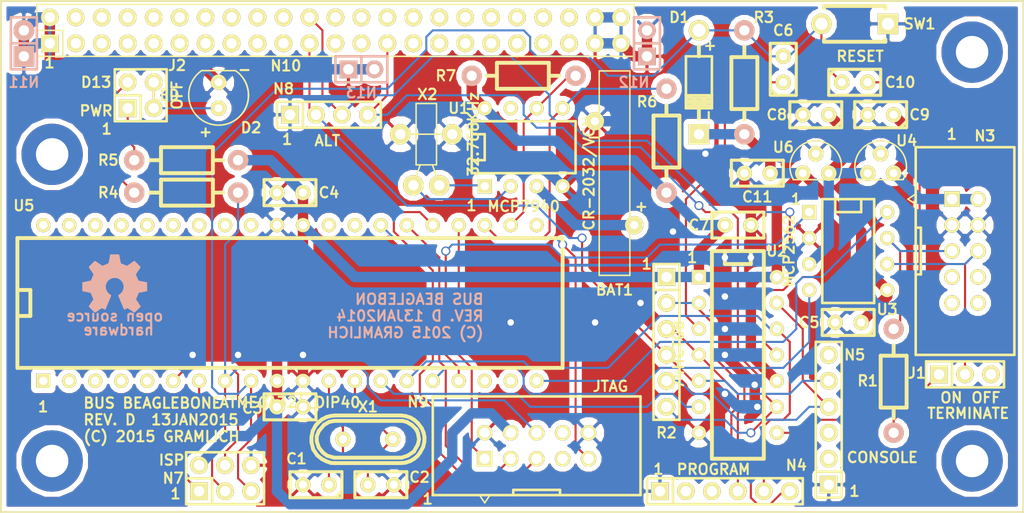
<source format=kicad_pcb>
(kicad_pcb (version 4) (host pcbnew "(2014-jul-16 BZR unknown)-product")
  (layers (0 F.Cu signal) (31 B.Cu signal) (34 B.Paste user) (35 F.Paste user) (36 B.SilkS user) (37 F.SilkS user) (38 B.Mask user) (39 F.Mask user) (44 Edge.Cuts user))
  (net 0 "")
  (net 1 /XTAL2)
  (net 2 GND)
  (net 3 /XTAL1)
  (net 4 /~RESET)
  (net 5 "Net-(D2-Pad+)")
  (net 6 "Net-(J1-Pad1)")
  (net 7 "Net-(J2-Pad1)")
  (net 8 "Net-(J2-Pad2)")
  (net 9 /MISO)
  (net 10 /SCK)
  (net 11 /MOSI)
  (net 12 /TCK)
  (net 13 /TDO)
  (net 14 /TMS)
  (net 15 /TDI)
  (net 16 /TXD0)
  (net 17 /RXD1)
  (net 18 /TXD1)
  (net 19 /RXD0)
  (net 20 "Net-(N10-Pad21)")
  (net 21 "Net-(N10-Pad22)")
  (net 22 /CANL)
  (net 23 /CANH)
  (net 24 "Net-(C6-Pad1)")
  (net 25 "Net-(N4-Pad6)")
  (net 26 "Net-(N4-Pad4)")
  (net 27 "Net-(N5-Pad4)")
  (net 28 +5V)
  (net 29 "Net-(C10-Pad2)")
  (net 30 "Net-(N10-Pad27)")
  (net 31 "Net-(R6-Pad1)")
  (net 32 "Net-(R7-Pad1)")
  (net 33 "Net-(U1-Pad1)")
  (net 34 "Net-(U1-Pad2)")
  (net 35 "Net-(U3-Pad8)")
  (net 36 /LPWR)
  (net 37 /BAT)
  (net 38 +3.3V)
  (module bus_beaglebone:Capacitor3MMDiscRM2.5 (layer F.Cu) (at 130.81 147.32 180)
    (fp_text reference C1 (at 1.905 2.54 360) (layer F.SilkS) (effects (font (size 1.016 1.016) (thickness 0.2032))))
    (fp_text value 18pF hide)
    (pad 1 thru_hole circle (at -1.27 0 180) (size 1.50114 1.50114) (drill 0.8001) (layers *.Cu *.Mask F.SilkS) (net 1 /XTAL2))
    (pad 2 thru_hole circle (at 1.27 0 180) (size 1.50114 1.50114) (drill 0.8001) (layers *.Cu *.Mask F.SilkS) (net 2 GND))
  )
  (module bus_beaglebone:Capacitor3MMDiscRM2.5 (layer F.Cu) (at 137.16 147.32)
    (fp_text reference C2 (at 3.7846 -0.7366 180) (layer F.SilkS) (effects (font (size 1.016 1.016) (thickness 0.2032))))
    (fp_text value 18pF hide)
    (pad 1 thru_hole circle (at -1.27 0) (size 1.50114 1.50114) (drill 0.8001) (layers *.Cu *.Mask F.SilkS) (net 3 /XTAL1))
    (pad 2 thru_hole circle (at 1.27 0) (size 1.50114 1.50114) (drill 0.8001) (layers *.Cu *.Mask F.SilkS) (net 2 GND))
  )
  (module bus_beaglebone:Capacitor3MMDiscRM2.5 (layer F.Cu) (at 128.27 139.7)
    (fp_text reference C3 (at -3.683 0.127) (layer F.SilkS) (effects (font (size 1.016 1.016) (thickness 0.2032))))
    (fp_text value .1uF hide)
    (pad 1 thru_hole circle (at -1.27 0) (size 1.50114 1.50114) (drill 0.8001) (layers *.Cu *.Mask F.SilkS) (net 38 +3.3V))
    (pad 2 thru_hole circle (at 1.27 0) (size 1.50114 1.50114) (drill 0.8001) (layers *.Cu *.Mask F.SilkS) (net 2 GND))
  )
  (module bus_beaglebone:Capacitor3MMDiscRM2.5 (layer F.Cu) (at 128.27 118.745 180)
    (fp_text reference C4 (at -3.81 0 180) (layer F.SilkS) (effects (font (size 1.016 1.016) (thickness 0.2032))))
    (fp_text value .1uF hide)
    (pad 1 thru_hole circle (at -1.27 0 180) (size 1.50114 1.50114) (drill 0.8001) (layers *.Cu *.Mask F.SilkS) (net 38 +3.3V))
    (pad 2 thru_hole circle (at 1.27 0 180) (size 1.50114 1.50114) (drill 0.8001) (layers *.Cu *.Mask F.SilkS) (net 2 GND))
  )
  (module bus_beaglebone:Capacitor3MMDiscRM2.5 (layer F.Cu) (at 182.88 131.445 180)
    (fp_text reference C5 (at 3.81 0 180) (layer F.SilkS) (effects (font (size 1.016 1.016) (thickness 0.2032))))
    (fp_text value .1uF hide)
    (pad 1 thru_hole circle (at -1.27 0 180) (size 1.50114 1.50114) (drill 0.8001) (layers *.Cu *.Mask F.SilkS) (net 38 +3.3V))
    (pad 2 thru_hole circle (at 1.27 0 180) (size 1.50114 1.50114) (drill 0.8001) (layers *.Cu *.Mask F.SilkS) (net 2 GND))
  )
  (module bus_beaglebone:Capacitor3MMDiscRM2.5 (layer F.Cu) (at 176.53 106.68 90)
    (fp_text reference C6 (at 3.81 0 180) (layer F.SilkS) (effects (font (size 1.016 1.016) (thickness 0.2032))))
    (fp_text value .1uF hide)
    (pad 1 thru_hole circle (at -1.27 0 90) (size 1.50114 1.50114) (drill 0.8001) (layers *.Cu *.Mask F.SilkS) (net 24 "Net-(C6-Pad1)"))
    (pad 2 thru_hole circle (at 1.27 0 90) (size 1.50114 1.50114) (drill 0.8001) (layers *.Cu *.Mask F.SilkS) (net 4 /~RESET))
  )
  (module bus_beaglebone:Capacitor3MMDiscRM2.5 (layer F.Cu) (at 172.085 121.92)
    (fp_text reference C7 (at -3.81 0 180) (layer F.SilkS) (effects (font (size 1.016 1.016) (thickness 0.2032))))
    (fp_text value .1uF hide)
    (pad 1 thru_hole circle (at -1.27 0) (size 1.50114 1.50114) (drill 0.8001) (layers *.Cu *.Mask F.SilkS) (net 38 +3.3V))
    (pad 2 thru_hole circle (at 1.27 0) (size 1.50114 1.50114) (drill 0.8001) (layers *.Cu *.Mask F.SilkS) (net 2 GND))
  )
  (module bus_beaglebone:Capacitor3MMDiscRM2.5 (layer F.Cu) (at 179.705 111.125 180)
    (fp_text reference C8 (at 3.81 0 360) (layer F.SilkS) (effects (font (size 1.016 1.016) (thickness 0.2032))))
    (fp_text value 1uF hide)
    (pad 1 thru_hole circle (at -1.27 0 180) (size 1.50114 1.50114) (drill 0.8001) (layers *.Cu *.Mask F.SilkS) (net 28 +5V))
    (pad 2 thru_hole circle (at 1.27 0 180) (size 1.50114 1.50114) (drill 0.8001) (layers *.Cu *.Mask F.SilkS) (net 2 GND))
  )
  (module bus_beaglebone:Diode_DO-41_SOD81_Horizontal_RM10 (layer F.Cu) (at 168.275 107.95 270)
    (fp_text reference D1 (at -6.35 1.905 360) (layer F.SilkS) (effects (font (size 1.016 1.016) (thickness 0.2032))))
    (fp_text value SD101C-TR hide)
    (fp_text user - (at 3.302 -0.889 270) (layer F.SilkS) (effects (font (size 1.016 1.016) (thickness 0.2032))))
    (fp_text user + (at -3.556 -1.016 270) (layer F.SilkS) (effects (font (size 1.016 1.016) (thickness 0.2032))))
    (pad + thru_hole circle (at -5.08 0 270) (size 1.99898 1.99898) (drill 1.27) (layers *.Cu *.Mask F.SilkS) (net 4 /~RESET))
    (pad - thru_hole rect (at 5.08 0 270) (size 1.99898 1.99898) (drill 1.00076) (layers *.Cu *.Mask F.SilkS) (net 38 +3.3V))
  )
  (module bus_beaglebone:T1_LED (layer F.Cu) (at 121.285 109.22 180)
    (fp_text reference D2 (at -3.175 -3.175 180) (layer F.SilkS) (effects (font (size 1.016 1.016) (thickness 0.2032))))
    (fp_text value LED (at 5.207 0 180) (layer F.SilkS) (effects (font (size 1.016 1.016) (thickness 0.2032))))
    (fp_text user - (at -2.54 2.54 180) (layer F.SilkS) (effects (font (size 1.016 1.016) (thickness 0.2032))))
    (fp_text user + (at 1.27 -3.556 180) (layer F.SilkS) (effects (font (size 1.016 1.016) (thickness 0.2032))))
    (pad + thru_hole circle (at 0 -1.27 180) (size 1.524 1.524) (drill 0.762) (layers *.Cu *.Mask F.SilkS) (net 5 "Net-(D2-Pad+)"))
    (pad - thru_hole circle (at 0 1.27 180) (size 1.524 1.524) (drill 0.762) (layers *.Cu *.Mask F.SilkS) (net 2 GND))
  )
  (module bus_beaglebone:Pin_Header_Straight_1x03 (layer F.Cu) (at 194.31 136.525)
    (fp_text reference J1 (at -4.699 -0.127) (layer F.SilkS) (effects (font (size 1.016 1.016) (thickness 0.2032))))
    (fp_text value TERMINATE_JUMPER hide)
    (pad 1 thru_hole rect (at -2.54 0) (size 1.7272 1.7272) (drill 1.016) (layers *.Cu *.Mask F.SilkS) (net 6 "Net-(J1-Pad1)"))
    (pad 2 thru_hole circle (at 0 0) (size 1.7272 1.7272) (drill 1.016) (layers *.Cu *.Mask F.SilkS) (net 22 /CANL))
    (pad 3 thru_hole circle (at 2.54 0) (size 1.7272 1.7272) (drill 1.016) (layers *.Cu *.Mask F.SilkS))
  )
  (module bus_beaglebone:Pin_Header_Straight_2x02 (layer F.Cu) (at 113.665 109.22)
    (fp_text reference J2 (at 3.556 -2.921) (layer F.SilkS) (effects (font (size 1.016 1.016) (thickness 0.2032))))
    (fp_text value LED_JUMPER hide)
    (pad 1 thru_hole rect (at -1.27 1.27) (size 1.7272 1.7272) (drill 1.016) (layers *.Cu *.Mask F.SilkS) (net 7 "Net-(J2-Pad1)"))
    (pad 2 thru_hole oval (at -1.27 -1.27) (size 1.7272 1.7272) (drill 1.016) (layers *.Cu *.Mask F.SilkS) (net 8 "Net-(J2-Pad2)"))
    (pad 3 thru_hole oval (at 1.27 1.27) (size 1.7272 1.7272) (drill 1.016) (layers *.Cu *.Mask F.SilkS) (net 5 "Net-(D2-Pad+)"))
    (pad 4 thru_hole oval (at 1.27 -1.27) (size 1.7272 1.7272) (drill 1.016) (layers *.Cu *.Mask F.SilkS) (net 5 "Net-(D2-Pad+)"))
  )
  (module bus_beaglebone:Pin_Header_Straight_2x05_Shrouded (layer F.Cu) (at 194.31 124.46 270)
    (fp_text reference N3 (at -11.2649 -1.9431 540) (layer F.SilkS) (effects (font (size 1.016 1.016) (thickness 0.2032))))
    (fp_text value BUS_HEADER hide)
    (pad 1 thru_hole rect (at -5.08 1.27 270) (size 1.524 1.524) (drill 1.016) (layers *.Cu *.Mask F.SilkS) (net 36 /LPWR))
    (pad 2 thru_hole circle (at -5.08 -1.27 270) (size 1.524 1.524) (drill 1.016) (layers *.Cu *.Mask F.SilkS) (net 36 /LPWR))
    (pad 3 thru_hole circle (at -2.54 1.27 270) (size 1.524 1.524) (drill 1.016) (layers *.Cu *.Mask F.SilkS) (net 2 GND))
    (pad 4 thru_hole circle (at -2.54 -1.27 270) (size 1.524 1.524) (drill 1.016) (layers *.Cu *.Mask F.SilkS) (net 2 GND))
    (pad 5 thru_hole circle (at 0 1.27 270) (size 1.524 1.524) (drill 1.016) (layers *.Cu *.Mask F.SilkS) (net 23 /CANH))
    (pad 6 thru_hole circle (at 0 -1.27 270) (size 1.524 1.524) (drill 1.016) (layers *.Cu *.Mask F.SilkS) (net 22 /CANL))
    (pad 7 thru_hole circle (at 2.54 1.27 270) (size 1.524 1.524) (drill 1.016) (layers *.Cu *.Mask F.SilkS))
    (pad 8 thru_hole circle (at 2.54 -1.27 270) (size 1.524 1.524) (drill 1.016) (layers *.Cu *.Mask F.SilkS))
    (pad 9 thru_hole circle (at 5.08 1.27 270) (size 1.524 1.524) (drill 1.016) (layers *.Cu *.Mask F.SilkS))
    (pad 10 thru_hole circle (at 5.08 -1.27 270) (size 1.524 1.524) (drill 1.016) (layers *.Cu *.Mask F.SilkS))
  )
  (module bus_beaglebone:Pin_Header_Straight_1x06 (layer F.Cu) (at 170.815 147.955)
    (fp_text reference N4 (at 6.985 -2.54) (layer F.SilkS) (effects (font (size 1.016 1.016) (thickness 0.2032))))
    (fp_text value FTDI_HEADER hide)
    (pad 1 thru_hole rect (at -6.35 0) (size 1.7272 1.7272) (drill 1.016) (layers *.Cu *.Mask F.SilkS) (net 2 GND))
    (pad 2 thru_hole circle (at -3.81 0) (size 1.7272 1.7272) (drill 1.016) (layers *.Cu *.Mask F.SilkS))
    (pad 3 thru_hole circle (at -1.27 0) (size 1.7272 1.7272) (drill 1.016) (layers *.Cu *.Mask F.SilkS))
    (pad 4 thru_hole circle (at 1.27 0) (size 1.7272 1.7272) (drill 1.016) (layers *.Cu *.Mask F.SilkS) (net 26 "Net-(N4-Pad4)"))
    (pad 5 thru_hole circle (at 3.81 0) (size 1.7272 1.7272) (drill 1.016) (layers *.Cu *.Mask F.SilkS) (net 16 /TXD0))
    (pad 6 thru_hole circle (at 6.35 0) (size 1.7272 1.7272) (drill 1.016) (layers *.Cu *.Mask F.SilkS) (net 25 "Net-(N4-Pad6)"))
  )
  (module bus_beaglebone:Pin_Header_Straight_1x06 (layer F.Cu) (at 180.975 140.97 90)
    (fp_text reference N5 (at 6.35 2.54 180) (layer F.SilkS) (effects (font (size 1.016 1.016) (thickness 0.2032))))
    (fp_text value FTDI_HEADER hide)
    (pad 1 thru_hole rect (at -6.35 0 90) (size 1.7272 1.7272) (drill 1.016) (layers *.Cu *.Mask F.SilkS) (net 2 GND))
    (pad 2 thru_hole circle (at -3.81 0 90) (size 1.7272 1.7272) (drill 1.016) (layers *.Cu *.Mask F.SilkS))
    (pad 3 thru_hole circle (at -1.27 0 90) (size 1.7272 1.7272) (drill 1.016) (layers *.Cu *.Mask F.SilkS))
    (pad 4 thru_hole circle (at 1.27 0 90) (size 1.7272 1.7272) (drill 1.016) (layers *.Cu *.Mask F.SilkS) (net 27 "Net-(N5-Pad4)"))
    (pad 5 thru_hole circle (at 3.81 0 90) (size 1.7272 1.7272) (drill 1.016) (layers *.Cu *.Mask F.SilkS) (net 20 "Net-(N10-Pad21)"))
    (pad 6 thru_hole circle (at 6.35 0 90) (size 1.7272 1.7272) (drill 1.016) (layers *.Cu *.Mask F.SilkS))
  )
  (module bus_beaglebone:Pin_Header_Straight_2x03 (layer F.Cu) (at 121.92 146.685)
    (fp_text reference N7 (at -5.08 0 180) (layer F.SilkS) (effects (font (size 1.016 1.016) (thickness 0.2032))))
    (fp_text value AVR_ISP_HEADER hide)
    (pad 1 thru_hole rect (at -2.54 1.27) (size 1.7272 1.7272) (drill 1.016) (layers *.Cu *.Mask F.SilkS) (net 9 /MISO))
    (pad 2 thru_hole oval (at -2.54 -1.27) (size 1.7272 1.7272) (drill 1.016) (layers *.Cu *.Mask F.SilkS) (net 38 +3.3V))
    (pad 3 thru_hole oval (at 0 1.27) (size 1.7272 1.7272) (drill 1.016) (layers *.Cu *.Mask F.SilkS) (net 10 /SCK))
    (pad 4 thru_hole oval (at 0 -1.27) (size 1.7272 1.7272) (drill 1.016) (layers *.Cu *.Mask F.SilkS) (net 11 /MOSI))
    (pad 5 thru_hole oval (at 2.54 1.27) (size 1.7272 1.7272) (drill 1.016) (layers *.Cu *.Mask F.SilkS) (net 4 /~RESET))
    (pad 6 thru_hole oval (at 2.54 -1.27) (size 1.7272 1.7272) (drill 1.016) (layers *.Cu *.Mask F.SilkS) (net 2 GND))
  )
  (module bus_beaglebone:Pin_Header_Straight_1x04 (layer F.Cu) (at 132.08 111.125)
    (fp_text reference N8 (at -4.445 -2.54) (layer F.SilkS) (effects (font (size 1.016 1.016) (thickness 0.2032))))
    (fp_text value SERIAL_CONNECTOR hide)
    (pad 1 thru_hole rect (at -3.81 0) (size 1.7272 1.7272) (drill 1.016) (layers *.Cu *.Mask F.SilkS) (net 2 GND))
    (pad 2 thru_hole circle (at -1.27 0) (size 1.7272 1.7272) (drill 1.016) (layers *.Cu *.Mask F.SilkS) (net 20 "Net-(N10-Pad21)"))
    (pad 3 thru_hole circle (at 1.27 0) (size 1.7272 1.7272) (drill 1.016) (layers *.Cu *.Mask F.SilkS) (net 21 "Net-(N10-Pad22)"))
    (pad 4 thru_hole circle (at 3.81 0) (size 1.7272 1.7272) (drill 1.016) (layers *.Cu *.Mask F.SilkS) (net 30 "Net-(N10-Pad27)"))
  )
  (module bus_beaglebone:Pin_Header_Straight_2x05_Shrouded (layer F.Cu) (at 152.4 143.51)
    (fp_text reference N9 (at -11.6205 -4.2926 180) (layer F.SilkS) (effects (font (size 1.016 1.016) (thickness 0.2032))))
    (fp_text value JTAG_HEADER hide)
    (pad 1 thru_hole rect (at -5.08 1.27) (size 1.524 1.524) (drill 1.016) (layers *.Cu *.Mask F.SilkS) (net 12 /TCK))
    (pad 2 thru_hole circle (at -5.08 -1.27) (size 1.524 1.524) (drill 1.016) (layers *.Cu *.Mask F.SilkS) (net 2 GND))
    (pad 3 thru_hole circle (at -2.54 1.27) (size 1.524 1.524) (drill 1.016) (layers *.Cu *.Mask F.SilkS) (net 13 /TDO))
    (pad 4 thru_hole circle (at -2.54 -1.27) (size 1.524 1.524) (drill 1.016) (layers *.Cu *.Mask F.SilkS) (net 38 +3.3V))
    (pad 5 thru_hole circle (at 0 1.27) (size 1.524 1.524) (drill 1.016) (layers *.Cu *.Mask F.SilkS) (net 14 /TMS))
    (pad 6 thru_hole circle (at 0 -1.27) (size 1.524 1.524) (drill 1.016) (layers *.Cu *.Mask F.SilkS) (net 10 /SCK))
    (pad 7 thru_hole circle (at 2.54 1.27) (size 1.524 1.524) (drill 1.016) (layers *.Cu *.Mask F.SilkS))
    (pad 8 thru_hole circle (at 2.54 -1.27) (size 1.524 1.524) (drill 1.016) (layers *.Cu *.Mask F.SilkS))
    (pad 9 thru_hole circle (at 5.08 1.27) (size 1.524 1.524) (drill 1.016) (layers *.Cu *.Mask F.SilkS) (net 15 /TDI))
    (pad 10 thru_hole circle (at 5.08 -1.27) (size 1.524 1.524) (drill 1.016) (layers *.Cu *.Mask F.SilkS) (net 2 GND))
  )
  (module bus_beaglebone:Pin_Header_Straight_2x23 (layer F.Cu) (at 132.715 102.87)
    (fp_text reference N10 (at -4.8514 3.4671) (layer F.SilkS) (effects (font (size 1.016 1.016) (thickness 0.2032))))
    (fp_text value BBB_P9_HEADER hide)
    (pad 1 thru_hole rect (at -27.94 1.27) (size 1.7272 1.7272) (drill 1.016) (layers *.Cu *.Mask F.SilkS) (net 2 GND))
    (pad 2 thru_hole oval (at -27.94 -1.27) (size 1.7272 1.7272) (drill 1.016) (layers *.Cu *.Mask F.SilkS) (net 2 GND))
    (pad 3 thru_hole oval (at -25.4 1.27) (size 1.7272 1.7272) (drill 1.016) (layers *.Cu *.Mask F.SilkS))
    (pad 4 thru_hole oval (at -25.4 -1.27) (size 1.7272 1.7272) (drill 1.016) (layers *.Cu *.Mask F.SilkS))
    (pad 5 thru_hole oval (at -22.86 1.27) (size 1.7272 1.7272) (drill 1.016) (layers *.Cu *.Mask F.SilkS))
    (pad 6 thru_hole oval (at -22.86 -1.27) (size 1.7272 1.7272) (drill 1.016) (layers *.Cu *.Mask F.SilkS))
    (pad 7 thru_hole oval (at -20.32 1.27) (size 1.7272 1.7272) (drill 1.016) (layers *.Cu *.Mask F.SilkS))
    (pad 8 thru_hole oval (at -20.32 -1.27) (size 1.7272 1.7272) (drill 1.016) (layers *.Cu *.Mask F.SilkS))
    (pad 9 thru_hole oval (at -17.78 1.27) (size 1.7272 1.7272) (drill 1.016) (layers *.Cu *.Mask F.SilkS))
    (pad 10 thru_hole oval (at -17.78 -1.27) (size 1.7272 1.7272) (drill 1.016) (layers *.Cu *.Mask F.SilkS))
    (pad 11 thru_hole oval (at -15.24 1.27) (size 1.7272 1.7272) (drill 1.016) (layers *.Cu *.Mask F.SilkS))
    (pad 12 thru_hole oval (at -15.24 -1.27) (size 1.7272 1.7272) (drill 1.016) (layers *.Cu *.Mask F.SilkS))
    (pad 13 thru_hole oval (at -12.7 1.27) (size 1.7272 1.7272) (drill 1.016) (layers *.Cu *.Mask F.SilkS))
    (pad 14 thru_hole oval (at -12.7 -1.27) (size 1.7272 1.7272) (drill 1.016) (layers *.Cu *.Mask F.SilkS))
    (pad 15 thru_hole oval (at -10.16 1.27) (size 1.7272 1.7272) (drill 1.016) (layers *.Cu *.Mask F.SilkS))
    (pad 16 thru_hole oval (at -10.16 -1.27) (size 1.7272 1.7272) (drill 1.016) (layers *.Cu *.Mask F.SilkS))
    (pad 17 thru_hole oval (at -7.62 1.27) (size 1.7272 1.7272) (drill 1.016) (layers *.Cu *.Mask F.SilkS))
    (pad 18 thru_hole oval (at -7.62 -1.27) (size 1.7272 1.7272) (drill 1.016) (layers *.Cu *.Mask F.SilkS))
    (pad 19 thru_hole oval (at -5.08 1.27) (size 1.7272 1.7272) (drill 1.016) (layers *.Cu *.Mask F.SilkS))
    (pad 20 thru_hole oval (at -5.08 -1.27) (size 1.7272 1.7272) (drill 1.016) (layers *.Cu *.Mask F.SilkS))
    (pad 21 thru_hole oval (at -2.54 1.27) (size 1.7272 1.7272) (drill 1.016) (layers *.Cu *.Mask F.SilkS) (net 20 "Net-(N10-Pad21)"))
    (pad 22 thru_hole oval (at -2.54 -1.27) (size 1.7272 1.7272) (drill 1.016) (layers *.Cu *.Mask F.SilkS) (net 21 "Net-(N10-Pad22)"))
    (pad 23 thru_hole oval (at 0 1.27) (size 1.7272 1.7272) (drill 1.016) (layers *.Cu *.Mask F.SilkS))
    (pad 24 thru_hole oval (at 0 -1.27) (size 1.7272 1.7272) (drill 1.016) (layers *.Cu *.Mask F.SilkS))
    (pad 25 thru_hole oval (at 2.54 1.27) (size 1.7272 1.7272) (drill 1.016) (layers *.Cu *.Mask F.SilkS))
    (pad 26 thru_hole oval (at 2.54 -1.27) (size 1.7272 1.7272) (drill 1.016) (layers *.Cu *.Mask F.SilkS))
    (pad 27 thru_hole oval (at 5.08 1.27) (size 1.7272 1.7272) (drill 1.016) (layers *.Cu *.Mask F.SilkS) (net 30 "Net-(N10-Pad27)"))
    (pad 28 thru_hole oval (at 5.08 -1.27) (size 1.7272 1.7272) (drill 1.016) (layers *.Cu *.Mask F.SilkS))
    (pad 29 thru_hole oval (at 7.62 1.27) (size 1.7272 1.7272) (drill 1.016) (layers *.Cu *.Mask F.SilkS))
    (pad 30 thru_hole oval (at 7.62 -1.27) (size 1.7272 1.7272) (drill 1.016) (layers *.Cu *.Mask F.SilkS))
    (pad 31 thru_hole oval (at 10.16 1.27) (size 1.7272 1.7272) (drill 1.016) (layers *.Cu *.Mask F.SilkS))
    (pad 32 thru_hole oval (at 10.16 -1.27) (size 1.7272 1.7272) (drill 1.016) (layers *.Cu *.Mask F.SilkS))
    (pad 33 thru_hole oval (at 12.7 1.27) (size 1.7272 1.7272) (drill 1.016) (layers *.Cu *.Mask F.SilkS))
    (pad 34 thru_hole oval (at 12.7 -1.27) (size 1.7272 1.7272) (drill 1.016) (layers *.Cu *.Mask F.SilkS))
    (pad 35 thru_hole oval (at 15.24 1.27) (size 1.7272 1.7272) (drill 1.016) (layers *.Cu *.Mask F.SilkS))
    (pad 36 thru_hole oval (at 15.24 -1.27) (size 1.7272 1.7272) (drill 1.016) (layers *.Cu *.Mask F.SilkS))
    (pad 37 thru_hole oval (at 17.78 1.27) (size 1.7272 1.7272) (drill 1.016) (layers *.Cu *.Mask F.SilkS))
    (pad 38 thru_hole oval (at 17.78 -1.27) (size 1.7272 1.7272) (drill 1.016) (layers *.Cu *.Mask F.SilkS))
    (pad 39 thru_hole oval (at 20.32 1.27) (size 1.7272 1.7272) (drill 1.016) (layers *.Cu *.Mask F.SilkS))
    (pad 40 thru_hole oval (at 20.32 -1.27) (size 1.7272 1.7272) (drill 1.016) (layers *.Cu *.Mask F.SilkS))
    (pad 41 thru_hole oval (at 22.86 1.27) (size 1.7272 1.7272) (drill 1.016) (layers *.Cu *.Mask F.SilkS))
    (pad 42 thru_hole oval (at 22.86 -1.27) (size 1.7272 1.7272) (drill 1.016) (layers *.Cu *.Mask F.SilkS))
    (pad 43 thru_hole oval (at 25.4 1.27) (size 1.7272 1.7272) (drill 1.016) (layers *.Cu *.Mask F.SilkS) (net 2 GND))
    (pad 44 thru_hole oval (at 25.4 -1.27) (size 1.7272 1.7272) (drill 1.016) (layers *.Cu *.Mask F.SilkS) (net 2 GND))
    (pad 45 thru_hole oval (at 27.94 1.27) (size 1.7272 1.7272) (drill 1.016) (layers *.Cu *.Mask F.SilkS) (net 2 GND))
    (pad 46 thru_hole oval (at 27.94 -1.27) (size 1.7272 1.7272) (drill 1.016) (layers *.Cu *.Mask F.SilkS) (net 2 GND))
  )
  (module bus_beaglebone:Resistor_Horizontal__400 (layer F.Cu) (at 172.72 107.95 270)
    (fp_text reference R3 (at -6.35 -1.905 360) (layer F.SilkS) (effects (font (size 1.016 1.016) (thickness 0.2032))))
    (fp_text value 10K hide)
    (pad 1 thru_hole circle (at -5.08 0 270) (size 1.99898 1.99898) (drill 1.00076) (layers *.Cu *.SilkS *.Mask) (net 4 /~RESET))
    (pad 2 thru_hole circle (at 5.08 0 270) (size 1.99898 1.99898) (drill 1.00076) (layers *.Cu *.SilkS *.Mask) (net 38 +3.3V))
  )
  (module bus_beaglebone:Resistor_Horizontal__400 (layer F.Cu) (at 118.11 118.745)
    (fp_text reference R4 (at -7.62 0 180) (layer F.SilkS) (effects (font (size 1.016 1.016) (thickness 0.2032))))
    (fp_text value 470 hide)
    (pad 1 thru_hole circle (at -5.08 0) (size 1.99898 1.99898) (drill 1.00076) (layers *.Cu *.SilkS *.Mask) (net 8 "Net-(J2-Pad2)"))
    (pad 2 thru_hole circle (at 5.08 0) (size 1.99898 1.99898) (drill 1.00076) (layers *.Cu *.SilkS *.Mask) (net 10 /SCK))
  )
  (module bus_beaglebone:Resistor_Horizontal__400 (layer F.Cu) (at 118.11 115.57)
    (fp_text reference R5 (at -7.62 0) (layer F.SilkS) (effects (font (size 1.016 1.016) (thickness 0.2032))))
    (fp_text value 470 hide)
    (pad 1 thru_hole circle (at -5.08 0) (size 1.99898 1.99898) (drill 1.00076) (layers *.Cu *.SilkS *.Mask) (net 7 "Net-(J2-Pad1)"))
    (pad 2 thru_hole circle (at 5.08 0) (size 1.99898 1.99898) (drill 1.00076) (layers *.Cu *.SilkS *.Mask) (net 38 +3.3V))
  )
  (module bus_beaglebone:Resistor_Horizontal__400 (layer F.Cu) (at 165.1 113.665 270)
    (fp_text reference R6 (at -3.81 1.905 360) (layer F.SilkS) (effects (font (size 1.016 1.016) (thickness 0.2032))))
    (fp_text value 4K7 hide)
    (pad 1 thru_hole circle (at -5.08 0 270) (size 1.99898 1.99898) (drill 1.00076) (layers *.Cu *.SilkS *.Mask) (net 31 "Net-(R6-Pad1)"))
    (pad 2 thru_hole circle (at 5.08 0 270) (size 1.99898 1.99898) (drill 1.00076) (layers *.Cu *.SilkS *.Mask) (net 38 +3.3V))
  )
  (module bus_beaglebone:Button_6.5MM (layer F.Cu) (at 183.515 102.235 180)
    (fp_text reference SW1 (at -6.35 0 180) (layer F.SilkS) (effects (font (size 1.016 1.016) (thickness 0.2032))))
    (fp_text value MJTP1243 hide)
    (pad 1 thru_hole rect (at -3.2512 0 180) (size 1.99898 1.99898) (drill 1.19888) (layers *.Cu *.Mask F.SilkS) (net 2 GND))
    (pad 2 thru_hole circle (at 3.2512 0 180) (size 1.99898 1.99898) (drill 1.19888) (layers *.Cu *.Mask F.SilkS) (net 4 /~RESET))
  )
  (module bus_beaglebone:Crystal_HC49-U_Vertical (layer F.Cu) (at 135.89 142.875)
    (fp_text reference X1 (at 0 -3.175 180) (layer F.SilkS) (effects (font (size 1.016 1.016) (thickness 0.2032))))
    (fp_text value 16MHz hide)
    (pad 1 thru_hole circle (at -2.44094 0) (size 1.50114 1.50114) (drill 0.8001) (layers *.Cu *.Mask F.SilkS) (net 1 /XTAL2))
    (pad 2 thru_hole circle (at 2.44094 0) (size 1.50114 1.50114) (drill 0.8001) (layers *.Cu *.Mask F.SilkS) (net 3 /XTAL1))
  )
  (module bus_beaglebone:Resistor_Horizontal__400 (layer F.Cu) (at 151.13 107.315 180)
    (fp_text reference R7 (at 7.62 0 180) (layer F.SilkS) (effects (font (size 1.016 1.016) (thickness 0.2032))))
    (fp_text value 4K7 hide)
    (pad 1 thru_hole circle (at -5.08 0 180) (size 1.99898 1.99898) (drill 1.00076) (layers *.Cu *.SilkS *.Mask) (net 32 "Net-(R7-Pad1)"))
    (pad 2 thru_hole circle (at 5.08 0 180) (size 1.99898 1.99898) (drill 1.00076) (layers *.Cu *.SilkS *.Mask) (net 38 +3.3V))
  )
  (module bus_beaglebone:OSHW_LOGO_250mil (layer B.Cu) (at 111.125 127.635 180)
    (fp_text reference H5 hide)
    (fp_text value OSHW_LOGO hide)
  )
  (module bus_beaglebone:RTC_CRYSTAL (layer F.Cu) (at 141.605 113.03 270)
    (fp_text reference X2 (at -3.89636 -0.10668 360) (layer F.SilkS) (effects (font (size 1.016 1.016) (thickness 0.2032))))
    (fp_text value 32.768KHz (at 0 -4.6 270) (layer F.SilkS) (effects (font (size 1.016 1.016) (thickness 0.2032))))
    (pad 1 thru_hole circle (at 5 -1.27 270) (size 2 2) (drill 1) (layers *.Cu *.Mask F.SilkS) (net 33 "Net-(U1-Pad1)"))
    (pad 2 thru_hole circle (at 5 1.27 270) (size 2 2) (drill 1) (layers *.Cu *.Mask F.SilkS) (net 34 "Net-(U1-Pad2)"))
    (pad 3 thru_hole circle (at 0 -2.54 270) (size 2 2) (drill 1) (layers *.Cu *.Mask F.SilkS) (net 2 GND))
    (pad 4 thru_hole circle (at 0 2.54 270) (size 2 2) (drill 1) (layers *.Cu *.Mask F.SilkS) (net 2 GND))
  )
  (module bus_beaglebone:Capacitor3MMDiscRM2.5 (layer F.Cu) (at 186.055 111.125 180)
    (fp_text reference C9 (at -3.81 0 180) (layer F.SilkS) (effects (font (size 1.016 1.016) (thickness 0.2032))))
    (fp_text value 1uF hide)
    (pad 1 thru_hole circle (at -1.27 0 180) (size 1.50114 1.50114) (drill 0.8001) (layers *.Cu *.Mask F.SilkS) (net 36 /LPWR))
    (pad 2 thru_hole circle (at 1.27 0 180) (size 1.50114 1.50114) (drill 0.8001) (layers *.Cu *.Mask F.SilkS) (net 2 GND))
  )
  (module bus_beaglebone:Capacitor3MMDiscRM2.5 (layer F.Cu) (at 183.515 107.95)
    (fp_text reference C10 (at 4.445 0) (layer F.SilkS) (effects (font (size 1.016 1.016) (thickness 0.2032))))
    (fp_text value .1uF hide)
    (pad 1 thru_hole circle (at -1.27 0) (size 1.50114 1.50114) (drill 0.8001) (layers *.Cu *.Mask F.SilkS) (net 4 /~RESET))
    (pad 2 thru_hole circle (at 1.27 0) (size 1.50114 1.50114) (drill 0.8001) (layers *.Cu *.Mask F.SilkS) (net 29 "Net-(C10-Pad2)"))
  )
  (module bus_beaglebone:DIP-8__300 (layer F.Cu) (at 151.13 114.3)
    (fp_text reference U1 (at -6.35 -3.81 180) (layer F.SilkS) (effects (font (size 1.016 1.016) (thickness 0.2032))))
    (fp_text value MCP7940 (at 0 5.79) (layer F.SilkS) (effects (font (size 1.016 1.016) (thickness 0.2032))))
    (pad 1 thru_hole rect (at -3.81 3.81) (size 1.397 1.397) (drill 0.8128) (layers *.Cu *.Mask F.SilkS) (net 33 "Net-(U1-Pad1)"))
    (pad 2 thru_hole circle (at -1.27 3.81) (size 1.397 1.397) (drill 0.8128) (layers *.Cu *.Mask F.SilkS) (net 34 "Net-(U1-Pad2)"))
    (pad 3 thru_hole circle (at 1.27 3.81) (size 1.397 1.397) (drill 0.8128) (layers *.Cu *.Mask F.SilkS) (net 37 /BAT))
    (pad 4 thru_hole circle (at 3.81 3.81) (size 1.397 1.397) (drill 0.8128) (layers *.Cu *.Mask F.SilkS) (net 2 GND))
    (pad 5 thru_hole circle (at 3.81 -3.81) (size 1.397 1.397) (drill 0.8128) (layers *.Cu *.Mask F.SilkS) (net 31 "Net-(R6-Pad1)"))
    (pad 6 thru_hole circle (at 1.27 -3.81) (size 1.397 1.397) (drill 0.8128) (layers *.Cu *.Mask F.SilkS) (net 32 "Net-(R7-Pad1)"))
    (pad 7 thru_hole circle (at -1.27 -3.81) (size 1.397 1.397) (drill 0.8128) (layers *.Cu *.Mask F.SilkS))
    (pad 8 thru_hole circle (at -3.81 -3.81) (size 1.397 1.397) (drill 0.8128) (layers *.Cu *.Mask F.SilkS) (net 38 +3.3V))
  )
  (module bus_beaglebone:DIP-14__300 (layer F.Cu) (at 172.085 134.62 270)
    (fp_text reference U2 (at -10.16 -3.81 360) (layer F.SilkS) (effects (font (size 1.016 1.016) (thickness 0.2032))))
    (fp_text value 74HCT08 (at 0 5.8 270) (layer F.SilkS) (effects (font (size 1.016 1.016) (thickness 0.2032))))
    (pad 1 thru_hole rect (at -7.62 3.81 270) (size 1.397 1.397) (drill 0.8128) (layers *.Cu *.Mask F.SilkS) (net 38 +3.3V))
    (pad 2 thru_hole circle (at -5.08 3.81 270) (size 1.397 1.397) (drill 0.8128) (layers *.Cu *.Mask F.SilkS) (net 25 "Net-(N4-Pad6)"))
    (pad 3 thru_hole circle (at -2.54 3.81 270) (size 1.397 1.397) (drill 0.8128) (layers *.Cu *.Mask F.SilkS) (net 24 "Net-(C6-Pad1)"))
    (pad 4 thru_hole circle (at 0 3.81 270) (size 1.397 1.397) (drill 0.8128) (layers *.Cu *.Mask F.SilkS) (net 26 "Net-(N4-Pad4)"))
    (pad 5 thru_hole circle (at 2.54 3.81 270) (size 1.397 1.397) (drill 0.8128) (layers *.Cu *.Mask F.SilkS) (net 20 "Net-(N10-Pad21)"))
    (pad 6 thru_hole circle (at 5.08 3.81 270) (size 1.397 1.397) (drill 0.8128) (layers *.Cu *.Mask F.SilkS) (net 19 /RXD0))
    (pad 7 thru_hole circle (at 7.62 3.81 270) (size 1.397 1.397) (drill 0.8128) (layers *.Cu *.Mask F.SilkS) (net 2 GND))
    (pad 8 thru_hole circle (at 7.62 -3.81 270) (size 1.397 1.397) (drill 0.8128) (layers *.Cu *.Mask F.SilkS) (net 29 "Net-(C10-Pad2)"))
    (pad 9 thru_hole circle (at 5.08 -3.81 270) (size 1.397 1.397) (drill 0.8128) (layers *.Cu *.Mask F.SilkS) (net 30 "Net-(N10-Pad27)"))
    (pad 10 thru_hole circle (at 2.54 -3.81 270) (size 1.397 1.397) (drill 0.8128) (layers *.Cu *.Mask F.SilkS) (net 38 +3.3V))
    (pad 11 thru_hole circle (at 0 -3.81 270) (size 1.397 1.397) (drill 0.8128) (layers *.Cu *.Mask F.SilkS) (net 21 "Net-(N10-Pad22)"))
    (pad 12 thru_hole circle (at -2.54 -3.81 270) (size 1.397 1.397) (drill 0.8128) (layers *.Cu *.Mask F.SilkS) (net 16 /TXD0))
    (pad 13 thru_hole circle (at -5.08 -3.81 270) (size 1.397 1.397) (drill 0.8128) (layers *.Cu *.Mask F.SilkS) (net 27 "Net-(N5-Pad4)"))
    (pad 14 thru_hole circle (at -7.62 -3.81 270) (size 1.397 1.397) (drill 0.8128) (layers *.Cu *.Mask F.SilkS) (net 38 +3.3V))
  )
  (module bus_beaglebone:DIP-8__300 (layer F.Cu) (at 182.88 124.46 270)
    (fp_text reference U3 (at 5.715 -3.81 540) (layer F.SilkS) (effects (font (size 1.016 1.016) (thickness 0.2032))))
    (fp_text value MCP2562 (at 0 5.79 270) (layer F.SilkS) (effects (font (size 1.016 1.016) (thickness 0.2032))))
    (pad 1 thru_hole rect (at -3.81 3.81 270) (size 1.397 1.397) (drill 0.8128) (layers *.Cu *.Mask F.SilkS) (net 18 /TXD1))
    (pad 2 thru_hole circle (at -1.27 3.81 270) (size 1.397 1.397) (drill 0.8128) (layers *.Cu *.Mask F.SilkS) (net 2 GND))
    (pad 3 thru_hole circle (at 1.27 3.81 270) (size 1.397 1.397) (drill 0.8128) (layers *.Cu *.Mask F.SilkS) (net 28 +5V))
    (pad 4 thru_hole circle (at 3.81 3.81 270) (size 1.397 1.397) (drill 0.8128) (layers *.Cu *.Mask F.SilkS) (net 17 /RXD1))
    (pad 5 thru_hole circle (at 3.81 -3.81 270) (size 1.397 1.397) (drill 0.8128) (layers *.Cu *.Mask F.SilkS) (net 38 +3.3V))
    (pad 6 thru_hole circle (at 1.27 -3.81 270) (size 1.397 1.397) (drill 0.8128) (layers *.Cu *.Mask F.SilkS) (net 22 /CANL))
    (pad 7 thru_hole circle (at -1.27 -3.81 270) (size 1.397 1.397) (drill 0.8128) (layers *.Cu *.Mask F.SilkS) (net 23 /CANH))
    (pad 8 thru_hole circle (at -3.81 -3.81 270) (size 1.397 1.397) (drill 0.8128) (layers *.Cu *.Mask F.SilkS) (net 35 "Net-(U3-Pad8)"))
  )
  (module bus_beaglebone:TO92_123 (layer F.Cu) (at 186.055 116.205)
    (fp_text reference U4 (at 2.54 -2.54 180) (layer F.SilkS) (effects (font (size 1.016 1.016) (thickness 0.2032))))
    (fp_text value L78L05AC hide)
    (pad 1 thru_hole circle (at -1.27 0.635) (size 1.524 1.524) (drill 0.762) (layers *.Cu *.Mask F.SilkS) (net 28 +5V))
    (pad 2 thru_hole circle (at 0 -1.27) (size 1.524 1.524) (drill 0.762) (layers *.Cu *.Mask F.SilkS) (net 2 GND))
    (pad 3 thru_hole circle (at 1.27 0.635) (size 1.524 1.524) (drill 0.762) (layers *.Cu *.Mask F.SilkS) (net 36 /LPWR))
  )
  (module bus_beaglebone:DIP-40__600 (layer F.Cu) (at 128.27 129.54)
    (fp_text reference U5 (at -26.035 -9.525) (layer F.SilkS) (effects (font (size 1.016 1.016) (thickness 0.2032))))
    (fp_text value ATMEGA324_DIP40 (at 0 9.73) (layer F.SilkS) (effects (font (size 1.016 1.016) (thickness 0.2032))))
    (pad 1 thru_hole rect (at -24.13 7.62) (size 1.397 1.397) (drill 0.8128) (layers *.Cu *.Mask F.SilkS))
    (pad 2 thru_hole circle (at -21.59 7.62) (size 1.397 1.397) (drill 0.8128) (layers *.Cu *.Mask F.SilkS))
    (pad 3 thru_hole circle (at -19.05 7.62) (size 1.397 1.397) (drill 0.8128) (layers *.Cu *.Mask F.SilkS))
    (pad 4 thru_hole circle (at -16.51 7.62) (size 1.397 1.397) (drill 0.8128) (layers *.Cu *.Mask F.SilkS))
    (pad 5 thru_hole circle (at -13.97 7.62) (size 1.397 1.397) (drill 0.8128) (layers *.Cu *.Mask F.SilkS))
    (pad 6 thru_hole circle (at -11.43 7.62) (size 1.397 1.397) (drill 0.8128) (layers *.Cu *.Mask F.SilkS) (net 11 /MOSI))
    (pad 7 thru_hole circle (at -8.89 7.62) (size 1.397 1.397) (drill 0.8128) (layers *.Cu *.Mask F.SilkS) (net 9 /MISO))
    (pad 8 thru_hole circle (at -6.35 7.62) (size 1.397 1.397) (drill 0.8128) (layers *.Cu *.Mask F.SilkS) (net 10 /SCK))
    (pad 9 thru_hole circle (at -3.81 7.62) (size 1.397 1.397) (drill 0.8128) (layers *.Cu *.Mask F.SilkS) (net 4 /~RESET))
    (pad 10 thru_hole circle (at -1.27 7.62) (size 1.397 1.397) (drill 0.8128) (layers *.Cu *.Mask F.SilkS) (net 38 +3.3V))
    (pad 11 thru_hole circle (at 1.27 7.62) (size 1.397 1.397) (drill 0.8128) (layers *.Cu *.Mask F.SilkS) (net 2 GND))
    (pad 12 thru_hole circle (at 3.81 7.62) (size 1.397 1.397) (drill 0.8128) (layers *.Cu *.Mask F.SilkS) (net 1 /XTAL2))
    (pad 13 thru_hole circle (at 6.35 7.62) (size 1.397 1.397) (drill 0.8128) (layers *.Cu *.Mask F.SilkS) (net 3 /XTAL1))
    (pad 14 thru_hole circle (at 8.89 7.62) (size 1.397 1.397) (drill 0.8128) (layers *.Cu *.Mask F.SilkS) (net 19 /RXD0))
    (pad 15 thru_hole circle (at 11.43 7.62) (size 1.397 1.397) (drill 0.8128) (layers *.Cu *.Mask F.SilkS) (net 16 /TXD0))
    (pad 16 thru_hole circle (at 13.97 7.62) (size 1.397 1.397) (drill 0.8128) (layers *.Cu *.Mask F.SilkS) (net 17 /RXD1))
    (pad 17 thru_hole circle (at 16.51 7.62) (size 1.397 1.397) (drill 0.8128) (layers *.Cu *.Mask F.SilkS) (net 18 /TXD1))
    (pad 18 thru_hole circle (at 19.05 7.62) (size 1.397 1.397) (drill 0.8128) (layers *.Cu *.Mask F.SilkS))
    (pad 19 thru_hole circle (at 21.59 7.62) (size 1.397 1.397) (drill 0.8128) (layers *.Cu *.Mask F.SilkS))
    (pad 20 thru_hole circle (at 24.13 7.62) (size 1.397 1.397) (drill 0.8128) (layers *.Cu *.Mask F.SilkS) (net 35 "Net-(U3-Pad8)"))
    (pad 21 thru_hole circle (at 24.13 -7.62) (size 1.397 1.397) (drill 0.8128) (layers *.Cu *.Mask F.SilkS))
    (pad 22 thru_hole circle (at 21.59 -7.62) (size 1.397 1.397) (drill 0.8128) (layers *.Cu *.Mask F.SilkS) (net 32 "Net-(R7-Pad1)"))
    (pad 23 thru_hole circle (at 19.05 -7.62) (size 1.397 1.397) (drill 0.8128) (layers *.Cu *.Mask F.SilkS) (net 31 "Net-(R6-Pad1)"))
    (pad 24 thru_hole circle (at 16.51 -7.62) (size 1.397 1.397) (drill 0.8128) (layers *.Cu *.Mask F.SilkS) (net 12 /TCK))
    (pad 25 thru_hole circle (at 13.97 -7.62) (size 1.397 1.397) (drill 0.8128) (layers *.Cu *.Mask F.SilkS) (net 14 /TMS))
    (pad 26 thru_hole circle (at 11.43 -7.62) (size 1.397 1.397) (drill 0.8128) (layers *.Cu *.Mask F.SilkS) (net 13 /TDO))
    (pad 27 thru_hole circle (at 8.89 -7.62) (size 1.397 1.397) (drill 0.8128) (layers *.Cu *.Mask F.SilkS) (net 15 /TDI))
    (pad 28 thru_hole circle (at 6.35 -7.62) (size 1.397 1.397) (drill 0.8128) (layers *.Cu *.Mask F.SilkS))
    (pad 29 thru_hole circle (at 3.81 -7.62) (size 1.397 1.397) (drill 0.8128) (layers *.Cu *.Mask F.SilkS))
    (pad 30 thru_hole circle (at 1.27 -7.62) (size 1.397 1.397) (drill 0.8128) (layers *.Cu *.Mask F.SilkS) (net 38 +3.3V))
    (pad 31 thru_hole circle (at -1.27 -7.62) (size 1.397 1.397) (drill 0.8128) (layers *.Cu *.Mask F.SilkS) (net 2 GND))
    (pad 32 thru_hole circle (at -3.81 -7.62) (size 1.397 1.397) (drill 0.8128) (layers *.Cu *.Mask F.SilkS))
    (pad 33 thru_hole circle (at -6.35 -7.62) (size 1.397 1.397) (drill 0.8128) (layers *.Cu *.Mask F.SilkS))
    (pad 34 thru_hole circle (at -8.89 -7.62) (size 1.397 1.397) (drill 0.8128) (layers *.Cu *.Mask F.SilkS))
    (pad 35 thru_hole circle (at -11.43 -7.62) (size 1.397 1.397) (drill 0.8128) (layers *.Cu *.Mask F.SilkS))
    (pad 36 thru_hole circle (at -13.97 -7.62) (size 1.397 1.397) (drill 0.8128) (layers *.Cu *.Mask F.SilkS))
    (pad 37 thru_hole circle (at -16.51 -7.62) (size 1.397 1.397) (drill 0.8128) (layers *.Cu *.Mask F.SilkS))
    (pad 38 thru_hole circle (at -19.05 -7.62) (size 1.397 1.397) (drill 0.8128) (layers *.Cu *.Mask F.SilkS))
    (pad 39 thru_hole circle (at -21.59 -7.62) (size 1.397 1.397) (drill 0.8128) (layers *.Cu *.Mask F.SilkS))
    (pad 40 thru_hole circle (at -24.13 -7.62) (size 1.397 1.397) (drill 0.8128) (layers *.Cu *.Mask F.SilkS))
  )
  (module bus_beaglebone:Resistor_Horizontal__400 (layer F.Cu) (at 187.325 137.16 270)
    (fp_text reference R1 (at 0 2.54 540) (layer F.SilkS) (effects (font (size 1.016 1.016) (thickness 0.2032))))
    (fp_text value "120 1%" hide)
    (pad 1 thru_hole circle (at -5.08 0 270) (size 1.99898 1.99898) (drill 1.00076) (layers *.Cu *.SilkS *.Mask) (net 23 /CANH))
    (pad 2 thru_hole circle (at 5.08 0 270) (size 1.99898 1.99898) (drill 1.00076) (layers *.Cu *.SilkS *.Mask) (net 6 "Net-(J1-Pad1)"))
  )
  (module bus_beaglebone:Pin_Header_Straight_1x02 (layer B.Cu) (at 102.235 104.14 90)
    (fp_text reference N11 (at -3.81 0 180) (layer B.SilkS) (effects (font (size 1.016 1.016) (thickness 0.2032)) (justify mirror)))
    (fp_text value KEY2 hide)
    (pad 1 thru_hole rect (at -1.27 0 90) (size 2.032 2.032) (drill 1.016) (layers *.Cu *.Mask B.SilkS) (net 2 GND))
    (pad 2 thru_hole oval (at 1.27 0 90) (size 2.032 2.032) (drill 1.016) (layers *.Cu *.Mask B.SilkS) (net 2 GND))
  )
  (module bus_beaglebone:Pin_Header_Straight_1x02 (layer B.Cu) (at 163.195 104.14 90)
    (fp_text reference N12 (at -3.81 -1.27 180) (layer B.SilkS) (effects (font (size 1.016 1.016) (thickness 0.2032)) (justify mirror)))
    (fp_text value KEY2 hide)
    (pad 1 thru_hole rect (at -1.27 0 90) (size 1.7272 1.7272) (drill 1.016) (layers *.Cu *.Mask B.SilkS) (net 2 GND))
    (pad 2 thru_hole circle (at 1.27 0 90) (size 1.7272 1.7272) (drill 1.016) (layers *.Cu *.Mask B.SilkS) (net 2 GND))
  )
  (module bus_beaglebone:Pin_Header_Straight_1x02 (layer B.Cu) (at 135.255 106.68)
    (fp_text reference N13 (at 0 2.286) (layer B.SilkS) (effects (font (size 1.016 1.016) (thickness 0.2032)) (justify mirror)))
    (fp_text value KEY2 hide)
    (pad 1 thru_hole rect (at -1.27 0) (size 1.7272 1.7272) (drill 1.016) (layers *.Cu *.Mask B.SilkS) (net 2 GND))
    (pad 2 thru_hole circle (at 1.27 0) (size 1.7272 1.7272) (drill 1.016) (layers *.Cu *.Mask B.SilkS) (net 2 GND))
  )
  (module bus_beaglebone:Capacitor3MMDiscRM2.5 (layer F.Cu) (at 173.99 116.84 180)
    (fp_text reference C11 (at 0 -2.32 180) (layer F.SilkS) (effects (font (size 1.016 1.016) (thickness 0.2032))))
    (fp_text value .1uF hide)
    (pad 1 thru_hole circle (at -1.27 0 180) (size 1.50114 1.50114) (drill 0.8001) (layers *.Cu *.Mask F.SilkS) (net 38 +3.3V))
    (pad 2 thru_hole circle (at 1.27 0 180) (size 1.50114 1.50114) (drill 0.8001) (layers *.Cu *.Mask F.SilkS) (net 2 GND))
  )
  (module bus_beaglebone:TO92_123 (layer F.Cu) (at 179.705 116.205)
    (fp_text reference U6 (at -3.175 -1.905) (layer F.SilkS) (effects (font (size 1.016 1.016) (thickness 0.2032))))
    (fp_text value L78L33AC hide)
    (pad 1 thru_hole circle (at -1.27 0.635) (size 1.524 1.524) (drill 0.762) (layers *.Cu *.Mask F.SilkS) (net 38 +3.3V))
    (pad 2 thru_hole circle (at 0 -1.27) (size 1.524 1.524) (drill 0.762) (layers *.Cu *.Mask F.SilkS) (net 2 GND))
    (pad 3 thru_hole circle (at 1.27 0.635) (size 1.524 1.524) (drill 0.762) (layers *.Cu *.Mask F.SilkS) (net 28 +5V))
  )
  (module bus_beaglebone:Pin_Header_Straight_1x06 (layer F.Cu) (at 165.1 133.35 270)
    (fp_text reference R2 (at 8.89 0 360) (layer F.SilkS) (effects (font (size 1.016 1.016) (thickness 0.2032))))
    (fp_text value 100K_SIP6 hide)
    (pad 1 thru_hole rect (at -6.35 0 270) (size 1.7272 1.7272) (drill 1.016) (layers *.Cu *.Mask F.SilkS) (net 38 +3.3V))
    (pad 2 thru_hole circle (at -3.81 0 270) (size 1.7272 1.7272) (drill 1.016) (layers *.Cu *.Mask F.SilkS) (net 25 "Net-(N4-Pad6)"))
    (pad 3 thru_hole circle (at -1.27 0 270) (size 1.7272 1.7272) (drill 1.016) (layers *.Cu *.Mask F.SilkS) (net 26 "Net-(N4-Pad4)"))
    (pad 4 thru_hole circle (at 1.27 0 270) (size 1.7272 1.7272) (drill 1.016) (layers *.Cu *.Mask F.SilkS) (net 20 "Net-(N10-Pad21)"))
    (pad 5 thru_hole circle (at 3.81 0 270) (size 1.7272 1.7272) (drill 1.016) (layers *.Cu *.Mask F.SilkS) (net 27 "Net-(N5-Pad4)"))
    (pad 6 thru_hole circle (at 6.35 0 270) (size 1.7272 1.7272) (drill 1.016) (layers *.Cu *.Mask F.SilkS) (net 30 "Net-(N10-Pad27)"))
  )
  (module bus_beaglebone:MountingHole_3mm (layer F.Cu) (at 195 145)
    (fp_text reference H4 (at 0.235001 -0.35499) (layer F.SilkS) (effects (font (size 1.016 1.016) (thickness 0.2032))))
    (fp_text value 3MM_HOLE hide)
    (pad 1 thru_hole circle (at 0 0) (size 6 6) (drill 3.175) (layers *.Cu))
  )
  (module bus_beaglebone:MountingHole_3mm (layer F.Cu) (at 105 145)
    (fp_text reference H3 (at 0.235001 -0.35499) (layer F.SilkS) (effects (font (size 1.016 1.016) (thickness 0.2032))))
    (fp_text value 3MM_HOLE hide)
    (pad 1 thru_hole circle (at 0 0) (size 6 6) (drill 3.175) (layers *.Cu))
  )
  (module bus_beaglebone:MountingHole_3mm (layer F.Cu) (at 195 105)
    (fp_text reference H2 (at 0.235001 -0.35499) (layer F.SilkS) (effects (font (size 1.016 1.016) (thickness 0.2032))))
    (fp_text value 3MM_HOLE hide)
    (pad 1 thru_hole circle (at 0 0) (size 6 6) (drill 3.175) (layers *.Cu))
  )
  (module bus_beaglebone:MountingHole_3mm (layer F.Cu) (at 105 115)
    (fp_text reference H1 (at 0.235001 -0.35499) (layer F.SilkS) (effects (font (size 1.016 1.016) (thickness 0.2032))))
    (fp_text value 3MM_HOLE hide)
    (pad 1 thru_hole circle (at 0 0) (size 6 6) (drill 3.175) (layers *.Cu))
  )
  (module bus_beaglebone:10MM_BATTERY (layer F.Cu) (at 160.02 116.84 90)
    (fp_text reference BAT1 (at -11.43 0 180) (layer F.SilkS) (effects (font (size 1.016 1.016) (thickness 0.2032))))
    (fp_text value CR-2032/VCN (at 0 -2.5 90) (layer F.SilkS) (effects (font (size 1.016 1.016) (thickness 0.2032))))
    (pad + thru_hole circle (at -5.085 1.925 90) (size 1.8 1.8) (drill 0.8) (layers *.Cu *.Mask F.SilkS) (net 37 /BAT))
    (pad - thru_hole circle (at 5.085 -1.925 90) (size 1.8 1.8) (drill 0.8) (layers *.Cu *.Mask F.SilkS) (net 2 GND))
  )
  (gr_text "-\n" (at 157.226 113.284) (layer F.SilkS) (effects (font (size 1.016 1.016) (thickness 0.2032)) (justify left)))
  (gr_text + (at 161.8742 120.0658) (layer F.SilkS) (effects (font (size 1.016 1.016) (thickness 0.2032)) (justify left)))
  (gr_text TERMINATE (at 190.5 140.335) (layer F.SilkS) (effects (font (size 1.016 1.016) (thickness 0.2032)) (justify left)))
  (gr_text 1 (at 127.381 113.538) (layer F.SilkS) (effects (font (size 1.016 1.016) (thickness 0.2032)) (justify left)))
  (gr_text ALT (at 130.556 113.665) (layer F.SilkS) (effects (font (size 1.016 1.016) (thickness 0.2032)) (justify left)))
  (gr_text OFF (at 117.221 110.744 90) (layer F.SilkS) (effects (font (size 1.016 1.016) (thickness 0.2032)) (justify left)))
  (gr_text D13 (at 107.696 107.95) (layer F.SilkS) (effects (font (size 1.016 1.016) (thickness 0.2032)) (justify left)))
  (gr_text 1 (at 177.165 119.38) (layer F.SilkS) (effects (font (size 1.016 1.016) (thickness 0.2032)) (justify left)))
  (gr_text 1 (at 162.56 125.73) (layer F.SilkS) (effects (font (size 1.016 1.016) (thickness 0.2032)) (justify left)))
  (gr_text 1 (at 141.1224 148.717) (layer F.SilkS) (effects (font (size 1.016 1.016) (thickness 0.2032)) (justify left)))
  (gr_text 1 (at 192.405 113.03) (layer F.SilkS) (effects (font (size 1.016 1.016) (thickness 0.2032)) (justify left)))
  (gr_text 1 (at 116.459 148.209) (layer F.SilkS) (effects (font (size 1.016 1.016) (thickness 0.2032)) (justify left)))
  (gr_text "BUS BEAGLEBON\nREV. D 13JAN2014\n(C) 2015 GRAMLICH" (at 147.32 130.81) (layer B.SilkS) (effects (font (size 1.016 1.016) (thickness 0.2032)) (justify left mirror)))
  (gr_text 1 (at 163.703 145.796) (layer F.SilkS) (effects (font (size 1.016 1.016) (thickness 0.2032)) (justify left)))
  (gr_text ON (at 191.77 138.811) (layer F.SilkS) (effects (font (size 1.016 1.016) (thickness 0.2032)) (justify left)))
  (gr_text OFF (at 194.818 138.811) (layer F.SilkS) (effects (font (size 1.016 1.016) (thickness 0.2032)) (justify left)))
  (gr_text 1 (at 104.14 106.045) (layer F.SilkS) (effects (font (size 1.016 1.016) (thickness 0.2032)) (justify left)))
  (gr_text 1 (at 182.88 147.955) (layer F.SilkS) (effects (font (size 1.016 1.016) (thickness 0.2032)) (justify left)))
  (gr_text RESET (at 181.61 105.41) (layer F.SilkS) (effects (font (size 1.016 1.016) (thickness 0.2032)) (justify left)))
  (gr_line (start 100 150) (end 100 100) (angle 90) (layer F.SilkS) (width 0.2))
  (gr_line (start 200 150) (end 100 150) (angle 90) (layer F.SilkS) (width 0.2))
  (gr_line (start 200 100) (end 200 150) (angle 90) (layer F.SilkS) (width 0.2))
  (gr_line (start 100 100) (end 200 100) (angle 90) (layer F.SilkS) (width 0.2))
  (gr_text PWR (at 107.569 110.744) (layer F.SilkS) (effects (font (size 1.016 1.016) (thickness 0.2032)) (justify left)))
  (gr_text CONSOLE (at 182.626 144.653) (layer F.SilkS) (effects (font (size 1.016 1.016) (thickness 0.2032)) (justify left)))
  (gr_text ISP (at 115.316 144.907) (layer F.SilkS) (effects (font (size 1.016 1.016) (thickness 0.2032)) (justify left)))
  (gr_text JTAG (at 157.7721 137.6934) (layer F.SilkS) (effects (font (size 1.016 1.016) (thickness 0.2032)) (justify left)))
  (gr_text hardware (at 111.49584 132.17652) (layer B.SilkS) (effects (font (size 1.016 1.016) (thickness 0.2032)) (justify mirror)))
  (gr_text "open source" (at 111.125 130.81) (layer B.SilkS) (effects (font (size 1.016 1.016) (thickness 0.2032)) (justify mirror)))
  (gr_text 1 (at 145.415 120.015) (layer F.SilkS) (effects (font (size 1.016 1.016) (thickness 0.2032)) (justify left)))
  (gr_text 1 (at 109.728 112.522) (layer F.SilkS) (effects (font (size 1.016 1.016) (thickness 0.2032)) (justify left)))
  (gr_text 1 (at 167.005 125.095) (layer F.SilkS) (effects (font (size 1.016 1.016) (thickness 0.2032)) (justify left)))
  (gr_text 1 (at 103.505 139.7) (layer F.SilkS) (effects (font (size 1.016 1.016) (thickness 0.2032)) (justify left)))
  (gr_text PROGRAM (at 165.989 145.8214) (layer F.SilkS) (effects (font (size 1.016 1.016) (thickness 0.2032)) (justify left)))
  (gr_text "BUS BEAGLEBONE\nREV. D  13JAN2015\n(C) 2015 GRAMLICH" (at 107.95 140.97) (layer F.SilkS) (effects (font (size 1.016 1.016) (thickness 0.2032)) (justify left)))
  (gr_line (start 100 150) (end 100 100) (angle 90) (layer Edge.Cuts) (width 0.05))
  (gr_line (start 200 150) (end 100 150) (angle 90) (layer Edge.Cuts) (width 0.05))
  (gr_line (start 200 100) (end 200 150) (angle 90) (layer Edge.Cuts) (width 0.05))
  (gr_line (start 100 100) (end 200 100) (angle 90) (layer Edge.Cuts) (width 0.05))
  (segment (start 133.44906 142.875) (end 133.44906 141.70406) (width 0.2032) (layer F.Cu) (net 1))
  (segment (start 132.08 140.335) (end 132.08 137.16) (width 0.2032) (layer F.Cu) (net 1))
  (segment (start 133.44906 141.70406) (end 132.08 140.335) (width 0.2032) (layer F.Cu) (net 1))
  (segment (start 132.08 147.32) (end 132.08 146.05) (width 0.2032) (layer F.Cu) (net 1))
  (segment (start 133.44906 144.68094) (end 133.44906 142.875) (width 0.2032) (layer F.Cu) (net 1))
  (segment (start 132.08 146.05) (end 133.44906 144.68094) (width 0.2032) (layer F.Cu) (net 1))
  (segment (start 133.985 106.68) (end 122.555 106.68) (width 1.016) (layer B.Cu) (net 2))
  (segment (start 122.555 106.68) (end 121.285 107.95) (width 1.016) (layer B.Cu) (net 2))
  (segment (start 136.525 106.68) (end 133.985 106.68) (width 1.016) (layer B.Cu) (net 2))
  (segment (start 121.285 107.95) (end 119.38 106.045) (width 1.016) (layer F.Cu) (net 2))
  (segment (start 119.38 106.045) (end 104.775 106.045) (width 1.016) (layer F.Cu) (net 2))
  (segment (start 104.775 106.045) (end 104.775 104.14) (width 1.016) (layer F.Cu) (net 2))
  (segment (start 104.775 104.14) (end 103.505 104.14) (width 1.016) (layer B.Cu) (net 2))
  (segment (start 103.505 104.14) (end 102.235 105.41) (width 1.016) (layer B.Cu) (net 2))
  (segment (start 104.775 101.6) (end 103.505 101.6) (width 1.016) (layer B.Cu) (net 2))
  (segment (start 103.505 101.6) (end 102.235 102.87) (width 1.016) (layer B.Cu) (net 2))
  (segment (start 102.235 102.87) (end 102.235 105.41) (width 1.016) (layer F.Cu) (net 2))
  (segment (start 104.775 101.6) (end 104.775 104.14) (width 1.016) (layer F.Cu) (net 2))
  (segment (start 165.735 110.49) (end 164.47 111.755) (width 1.016) (layer B.Cu) (net 2))
  (segment (start 164.47 111.755) (end 158.095 111.755) (width 1.016) (layer B.Cu) (net 2))
  (segment (start 178.435 111.125) (end 177.8 110.49) (width 1.016) (layer B.Cu) (net 2))
  (segment (start 177.8 110.49) (end 165.735 110.49) (width 1.016) (layer B.Cu) (net 2))
  (segment (start 172.72 116.84) (end 170.815 114.935) (width 1.016) (layer B.Cu) (net 2))
  (via (at 168.91 114.935) (size 0.889) (layers F.Cu B.Cu) (net 2))
  (segment (start 170.815 114.935) (end 168.91 114.935) (width 1.016) (layer B.Cu) (net 2))
  (segment (start 173.355 121.92) (end 173.355 119.38) (width 1.016) (layer F.Cu) (net 2))
  (segment (start 172.72 118.745) (end 172.72 116.84) (width 1.016) (layer F.Cu) (net 2))
  (segment (start 173.355 119.38) (end 172.72 118.745) (width 1.016) (layer F.Cu) (net 2))
  (segment (start 173.99 139.7) (end 173.732762 139.442762) (width 1.016) (layer F.Cu) (net 2))
  (segment (start 173.732762 139.442762) (end 173.732762 137.537762) (width 1.016) (layer F.Cu) (net 2))
  (via (at 173.732762 137.537762) (size 0.889) (layers F.Cu B.Cu) (net 2))
  (segment (start 173.732762 137.537762) (end 173.355 137.16) (width 1.016) (layer B.Cu) (net 2))
  (segment (start 170.815 134.62) (end 170.815 132.08) (width 1.016) (layer F.Cu) (net 2))
  (via (at 170.815 132.08) (size 0.889) (layers F.Cu B.Cu) (net 2))
  (segment (start 173.355 121.92) (end 173.355 125.095) (width 1.016) (layer F.Cu) (net 2))
  (via (at 170.815 128.905) (size 0.889) (layers F.Cu B.Cu) (net 2))
  (segment (start 170.815 125.095) (end 170.815 128.905) (width 1.016) (layer F.Cu) (net 2))
  (via (at 170.815 125.095) (size 0.889) (layers F.Cu B.Cu) (net 2))
  (segment (start 173.355 125.095) (end 170.815 125.095) (width 1.016) (layer B.Cu) (net 2))
  (via (at 173.355 125.095) (size 0.889) (layers F.Cu B.Cu) (net 2))
  (segment (start 170.815 132.08) (end 170.815 128.905) (width 1.016) (layer F.Cu) (net 2))
  (via (at 170.815 134.62) (size 0.889) (layers F.Cu B.Cu) (net 2))
  (segment (start 172.085 139.7) (end 173.99 139.7) (width 1.016) (layer B.Cu) (net 2))
  (via (at 173.99 139.7) (size 0.889) (layers F.Cu B.Cu) (net 2))
  (segment (start 170.815 139.7) (end 168.275 142.24) (width 1.016) (layer F.Cu) (net 2))
  (via (at 170.815 138.43) (size 0.889) (layers F.Cu B.Cu) (net 2))
  (segment (start 170.815 139.7) (end 170.815 138.43) (width 1.016) (layer F.Cu) (net 2))
  (segment (start 170.815 138.43) (end 172.085 139.7) (width 1.016) (layer B.Cu) (net 2))
  (segment (start 173.732762 137.537762) (end 170.815 134.62) (width 1.016) (layer F.Cu) (net 2))
  (segment (start 173.732762 139.442762) (end 173.732762 137.537762) (width 1.016) (layer F.Cu) (net 2))
  (segment (start 160.655 104.14) (end 158.115 104.14) (width 1.016) (layer B.Cu) (net 2))
  (segment (start 160.655 101.6) (end 158.115 101.6) (width 1.016) (layer B.Cu) (net 2))
  (segment (start 161.925 105.41) (end 163.195 105.41) (width 1.016) (layer F.Cu) (net 2))
  (segment (start 160.655 104.14) (end 161.925 105.41) (width 1.016) (layer F.Cu) (net 2))
  (segment (start 163.195 105.41) (end 163.195 102.87) (width 1.016) (layer F.Cu) (net 2))
  (via (at 123.19 134.62) (size 0.889) (layers F.Cu B.Cu) (net 2))
  (segment (start 123.19 134.62) (end 118.745 134.62) (width 1.016) (layer F.Cu) (net 2))
  (via (at 118.745 134.62) (size 0.889) (layers F.Cu B.Cu) (net 2))
  (via (at 129.54 134.62) (size 0.889) (layers F.Cu B.Cu) (net 2))
  (segment (start 129.54 137.16) (end 129.54 134.62) (width 1.016) (layer F.Cu) (net 2))
  (segment (start 128.905 134.62) (end 123.19 134.62) (width 1.016) (layer B.Cu) (net 2))
  (segment (start 129.54 134.62) (end 128.905 134.62) (width 1.016) (layer B.Cu) (net 2))
  (segment (start 162.56 125.73) (end 165.735 122.555) (width 1.016) (layer F.Cu) (net 2))
  (via (at 165.735 122.555) (size 0.889) (layers F.Cu B.Cu) (net 2))
  (segment (start 158.115 131.445) (end 160.02 129.54) (width 1.016) (layer B.Cu) (net 2))
  (via (at 158.115 131.445) (size 0.889) (layers F.Cu B.Cu) (net 2))
  (segment (start 129.54 134.62) (end 132.715 131.445) (width 1.016) (layer B.Cu) (net 2))
  (via (at 149.86 131.445) (size 0.889) (layers F.Cu B.Cu) (net 2))
  (segment (start 132.715 131.445) (end 149.86 131.445) (width 1.016) (layer B.Cu) (net 2))
  (segment (start 158.115 131.445) (end 149.86 131.445) (width 1.016) (layer B.Cu) (net 2))
  (via (at 162.56 129.54) (size 0.889) (layers F.Cu B.Cu) (net 2))
  (segment (start 160.02 129.54) (end 162.56 129.54) (width 1.016) (layer B.Cu) (net 2))
  (segment (start 162.56 129.54) (end 162.56 125.73) (width 1.016) (layer F.Cu) (net 2))
  (segment (start 161.29 125.73) (end 158.115 122.555) (width 1.016) (layer F.Cu) (net 2))
  (segment (start 158.115 122.555) (end 158.115 121.285) (width 1.016) (layer F.Cu) (net 2))
  (segment (start 158.115 121.285) (end 154.94 118.11) (width 1.016) (layer F.Cu) (net 2))
  (segment (start 162.56 125.73) (end 161.29 125.73) (width 1.016) (layer F.Cu) (net 2))
  (segment (start 152.4 115.57) (end 146.685 115.57) (width 1.016) (layer B.Cu) (net 2))
  (segment (start 146.685 115.57) (end 144.145 113.03) (width 1.016) (layer B.Cu) (net 2))
  (segment (start 154.94 118.11) (end 152.4 115.57) (width 1.016) (layer B.Cu) (net 2))
  (segment (start 158.095 114.955) (end 158.095 111.755) (width 1.016) (layer F.Cu) (net 2))
  (segment (start 154.94 118.11) (end 158.095 114.955) (width 1.016) (layer F.Cu) (net 2))
  (segment (start 135.89 147.32) (end 135.89 145.31594) (width 0.2032) (layer F.Cu) (net 3))
  (segment (start 135.89 145.31594) (end 138.33094 142.875) (width 0.2032) (layer F.Cu) (net 3))
  (segment (start 138.33094 142.875) (end 134.62 139.16406) (width 0.2032) (layer F.Cu) (net 3))
  (segment (start 134.62 139.16406) (end 134.62 137.16) (width 0.2032) (layer F.Cu) (net 3))
  (segment (start 141.605 104.775) (end 141.605 103.505) (width 0.2032) (layer B.Cu) (net 4))
  (segment (start 151.765 104.775) (end 152.4 105.41) (width 0.2032) (layer B.Cu) (net 4))
  (segment (start 151.765 103.505) (end 151.765 104.775) (width 0.2032) (layer B.Cu) (net 4))
  (segment (start 151.13 102.87) (end 151.765 103.505) (width 0.2032) (layer B.Cu) (net 4))
  (segment (start 142.24 102.87) (end 151.13 102.87) (width 0.2032) (layer B.Cu) (net 4))
  (segment (start 141.605 103.505) (end 142.24 102.87) (width 0.2032) (layer B.Cu) (net 4))
  (segment (start 168.275 102.87) (end 163.83 107.315) (width 0.2032) (layer B.Cu) (net 4))
  (segment (start 163.83 107.315) (end 159.385 107.315) (width 0.2032) (layer B.Cu) (net 4))
  (segment (start 159.385 107.315) (end 157.48 105.41) (width 0.2032) (layer B.Cu) (net 4))
  (segment (start 157.48 105.41) (end 152.4 105.41) (width 0.2032) (layer B.Cu) (net 4))
  (segment (start 123.19 138.43) (end 124.46 137.16) (width 0.2032) (layer B.Cu) (net 4))
  (segment (start 121.285 138.43) (end 123.19 138.43) (width 0.2032) (layer B.Cu) (net 4))
  (segment (start 120.65 137.795) (end 121.285 138.43) (width 0.2032) (layer B.Cu) (net 4))
  (segment (start 120.65 114.935) (end 120.65 137.795) (width 0.2032) (layer B.Cu) (net 4))
  (segment (start 127 108.585) (end 120.65 114.935) (width 0.2032) (layer B.Cu) (net 4))
  (segment (start 137.795 108.585) (end 127 108.585) (width 0.2032) (layer B.Cu) (net 4))
  (segment (start 141.605 104.775) (end 137.795 108.585) (width 0.2032) (layer B.Cu) (net 4))
  (segment (start 124.46 147.955) (end 123.19 146.685) (width 0.2032) (layer F.Cu) (net 4))
  (segment (start 123.19 146.685) (end 123.19 144.145) (width 0.2032) (layer F.Cu) (net 4))
  (segment (start 123.19 144.145) (end 124.46 142.875) (width 0.2032) (layer F.Cu) (net 4))
  (segment (start 124.46 142.875) (end 124.46 137.16) (width 0.2032) (layer F.Cu) (net 4))
  (segment (start 172.72 102.87) (end 168.275 102.87) (width 0.2032) (layer B.Cu) (net 4))
  (segment (start 176.53 105.41) (end 175.26 105.41) (width 0.2032) (layer B.Cu) (net 4))
  (segment (start 175.26 105.41) (end 172.72 102.87) (width 0.2032) (layer B.Cu) (net 4))
  (segment (start 180.2638 102.235) (end 177.0888 105.41) (width 0.2032) (layer B.Cu) (net 4))
  (segment (start 177.0888 105.41) (end 176.53 105.41) (width 0.2032) (layer B.Cu) (net 4))
  (segment (start 182.245 107.95) (end 180.2638 105.9688) (width 0.2032) (layer F.Cu) (net 4))
  (segment (start 180.2638 105.9688) (end 180.2638 102.235) (width 0.2032) (layer F.Cu) (net 4))
  (segment (start 114.935 110.49) (end 114.935 107.95) (width 0.2032) (layer F.Cu) (net 5))
  (segment (start 121.285 110.49) (end 114.935 110.49) (width 0.2032) (layer B.Cu) (net 5))
  (segment (start 187.325 142.24) (end 187.325 140.97) (width 0.2032) (layer F.Cu) (net 6))
  (segment (start 187.325 140.97) (end 191.77 136.525) (width 0.2032) (layer F.Cu) (net 6))
  (segment (start 113.03 115.57) (end 113.03 114.3) (width 0.2032) (layer F.Cu) (net 7))
  (segment (start 112.395 113.665) (end 112.395 110.49) (width 0.2032) (layer F.Cu) (net 7))
  (segment (start 113.03 114.3) (end 112.395 113.665) (width 0.2032) (layer F.Cu) (net 7))
  (segment (start 113.03 118.745) (end 110.49 116.205) (width 0.2032) (layer F.Cu) (net 8))
  (segment (start 110.49 109.855) (end 112.395 107.95) (width 0.2032) (layer F.Cu) (net 8))
  (segment (start 110.49 116.205) (end 110.49 109.855) (width 0.2032) (layer F.Cu) (net 8))
  (segment (start 119.38 147.955) (end 118.11 146.685) (width 0.2032) (layer F.Cu) (net 9))
  (segment (start 119.38 142.24) (end 119.38 137.16) (width 0.2032) (layer F.Cu) (net 9))
  (segment (start 118.11 143.51) (end 119.38 142.24) (width 0.2032) (layer F.Cu) (net 9))
  (segment (start 118.11 146.685) (end 118.11 143.51) (width 0.2032) (layer F.Cu) (net 9))
  (segment (start 121.92 137.16) (end 121.92 123.825) (width 0.2032) (layer B.Cu) (net 10))
  (segment (start 123.19 122.555) (end 123.19 118.745) (width 0.2032) (layer B.Cu) (net 10))
  (segment (start 121.92 123.825) (end 123.19 122.555) (width 0.2032) (layer B.Cu) (net 10))
  (segment (start 121.92 137.16) (end 123.19 135.89) (width 0.2032) (layer B.Cu) (net 10))
  (segment (start 149.225 139.065) (end 152.4 142.24) (width 0.2032) (layer B.Cu) (net 10))
  (segment (start 137.16 139.065) (end 149.225 139.065) (width 0.2032) (layer B.Cu) (net 10))
  (segment (start 135.89 137.795) (end 137.16 139.065) (width 0.2032) (layer B.Cu) (net 10))
  (segment (start 135.89 136.525) (end 135.89 137.795) (width 0.2032) (layer B.Cu) (net 10))
  (segment (start 135.255 135.89) (end 135.89 136.525) (width 0.2032) (layer B.Cu) (net 10))
  (segment (start 123.19 135.89) (end 135.255 135.89) (width 0.2032) (layer B.Cu) (net 10))
  (segment (start 121.92 147.955) (end 120.65 146.685) (width 0.2032) (layer F.Cu) (net 10))
  (segment (start 121.92 142.875) (end 121.92 137.16) (width 0.2032) (layer F.Cu) (net 10))
  (segment (start 120.65 144.145) (end 121.92 142.875) (width 0.2032) (layer F.Cu) (net 10))
  (segment (start 120.65 146.685) (end 120.65 144.145) (width 0.2032) (layer F.Cu) (net 10))
  (segment (start 121.92 145.415) (end 121.92 144.145) (width 0.2032) (layer F.Cu) (net 11))
  (segment (start 118.11 135.89) (end 116.84 137.16) (width 0.2032) (layer F.Cu) (net 11))
  (segment (start 122.555 135.89) (end 118.11 135.89) (width 0.2032) (layer F.Cu) (net 11))
  (segment (start 123.19 136.525) (end 122.555 135.89) (width 0.2032) (layer F.Cu) (net 11))
  (segment (start 123.19 142.875) (end 123.19 136.525) (width 0.2032) (layer F.Cu) (net 11))
  (segment (start 121.92 144.145) (end 123.19 142.875) (width 0.2032) (layer F.Cu) (net 11))
  (segment (start 147.32 144.78) (end 146.05 143.51) (width 0.2032) (layer F.Cu) (net 12))
  (segment (start 144.78 134.62) (end 144.78 121.92) (width 0.2032) (layer F.Cu) (net 12))
  (segment (start 146.05 135.89) (end 144.78 134.62) (width 0.2032) (layer F.Cu) (net 12))
  (segment (start 146.05 143.51) (end 146.05 135.89) (width 0.2032) (layer F.Cu) (net 12))
  (segment (start 139.7 121.92) (end 142.875 125.095) (width 0.2032) (layer F.Cu) (net 13))
  (segment (start 142.875 125.095) (end 142.875 135.255) (width 0.2032) (layer F.Cu) (net 13))
  (segment (start 149.86 144.78) (end 147.955 146.685) (width 0.2032) (layer F.Cu) (net 13))
  (segment (start 143.51 135.89) (end 142.875 135.255) (width 0.2032) (layer F.Cu) (net 13))
  (segment (start 143.51 143.51) (end 143.51 135.89) (width 0.2032) (layer F.Cu) (net 13))
  (segment (start 146.685 146.685) (end 143.51 143.51) (width 0.2032) (layer F.Cu) (net 13))
  (segment (start 147.955 146.685) (end 146.685 146.685) (width 0.2032) (layer F.Cu) (net 13))
  (segment (start 140.97 136.525) (end 142.24 135.255) (width 0.2032) (layer F.Cu) (net 14))
  (segment (start 142.24 126.365) (end 138.43 122.555) (width 0.2032) (layer F.Cu) (net 14))
  (segment (start 142.24 135.255) (end 142.24 126.365) (width 0.2032) (layer F.Cu) (net 14))
  (segment (start 140.97 120.65) (end 142.24 121.92) (width 0.2032) (layer F.Cu) (net 14))
  (segment (start 139.065 120.65) (end 140.97 120.65) (width 0.2032) (layer F.Cu) (net 14))
  (segment (start 138.43 121.285) (end 139.065 120.65) (width 0.2032) (layer F.Cu) (net 14))
  (segment (start 138.43 122.555) (end 138.43 121.285) (width 0.2032) (layer F.Cu) (net 14))
  (segment (start 152.4 144.78) (end 149.86 147.32) (width 0.2032) (layer F.Cu) (net 14))
  (segment (start 140.97 138.43) (end 140.97 136.525) (width 0.2032) (layer F.Cu) (net 14))
  (segment (start 142.24 139.7) (end 140.97 138.43) (width 0.2032) (layer F.Cu) (net 14))
  (segment (start 142.24 143.51) (end 142.24 139.7) (width 0.2032) (layer F.Cu) (net 14))
  (segment (start 146.05 147.32) (end 142.24 143.51) (width 0.2032) (layer F.Cu) (net 14))
  (segment (start 149.86 147.32) (end 146.05 147.32) (width 0.2032) (layer F.Cu) (net 14))
  (segment (start 154.94 123.825) (end 154.305 123.19) (width 0.2032) (layer B.Cu) (net 15))
  (segment (start 154.305 123.19) (end 138.43 123.19) (width 0.2032) (layer B.Cu) (net 15))
  (segment (start 157.48 144.78) (end 156.21 143.51) (width 0.2032) (layer F.Cu) (net 15))
  (segment (start 138.43 123.19) (end 137.16 121.92) (width 0.2032) (layer B.Cu) (net 15))
  (via (at 154.94 123.825) (size 0.889) (layers F.Cu B.Cu) (net 15))
  (segment (start 156.21 125.095) (end 154.94 123.825) (width 0.2032) (layer F.Cu) (net 15))
  (segment (start 156.21 143.51) (end 156.21 125.095) (width 0.2032) (layer F.Cu) (net 15))
  (segment (start 164.465 130.81) (end 159.385 135.89) (width 0.2032) (layer B.Cu) (net 16))
  (segment (start 151.13 135.255) (end 141.605 135.255) (width 0.2032) (layer B.Cu) (net 16))
  (segment (start 151.765 135.89) (end 151.13 135.255) (width 0.2032) (layer B.Cu) (net 16))
  (segment (start 159.385 135.89) (end 151.765 135.89) (width 0.2032) (layer B.Cu) (net 16))
  (segment (start 175.895 132.08) (end 175.26 132.08) (width 0.2032) (layer B.Cu) (net 16))
  (segment (start 175.26 132.08) (end 173.99 130.81) (width 0.2032) (layer B.Cu) (net 16))
  (segment (start 141.605 135.255) (end 139.7 137.16) (width 0.2032) (layer B.Cu) (net 16))
  (segment (start 173.99 130.81) (end 164.465 130.81) (width 0.2032) (layer B.Cu) (net 16))
  (segment (start 174.625 147.955) (end 174.625 141.605) (width 0.2032) (layer F.Cu) (net 16))
  (segment (start 177.165 133.35) (end 175.895 132.08) (width 0.2032) (layer F.Cu) (net 16))
  (segment (start 177.165 140.335) (end 177.165 133.35) (width 0.2032) (layer F.Cu) (net 16))
  (segment (start 176.53 140.97) (end 177.165 140.335) (width 0.2032) (layer F.Cu) (net 16))
  (segment (start 175.26 140.97) (end 176.53 140.97) (width 0.2032) (layer F.Cu) (net 16))
  (segment (start 174.625 141.605) (end 175.26 140.97) (width 0.2032) (layer F.Cu) (net 16))
  (segment (start 179.07 128.27) (end 179.07 133.35) (width 0.2032) (layer B.Cu) (net 17))
  (segment (start 143.51 135.89) (end 142.24 137.16) (width 0.2032) (layer B.Cu) (net 17))
  (segment (start 150.495 135.89) (end 143.51 135.89) (width 0.2032) (layer B.Cu) (net 17))
  (segment (start 151.13 136.525) (end 150.495 135.89) (width 0.2032) (layer B.Cu) (net 17))
  (segment (start 151.13 137.795) (end 151.13 136.525) (width 0.2032) (layer B.Cu) (net 17))
  (segment (start 151.765 138.43) (end 151.13 137.795) (width 0.2032) (layer B.Cu) (net 17))
  (segment (start 161.925 138.43) (end 151.765 138.43) (width 0.2032) (layer B.Cu) (net 17))
  (segment (start 164.465 135.89) (end 161.925 138.43) (width 0.2032) (layer B.Cu) (net 17))
  (segment (start 176.53 135.89) (end 164.465 135.89) (width 0.2032) (layer B.Cu) (net 17))
  (segment (start 179.07 133.35) (end 176.53 135.89) (width 0.2032) (layer B.Cu) (net 17))
  (segment (start 154.94 125.095) (end 153.67 123.825) (width 0.2032) (layer B.Cu) (net 18))
  (segment (start 143.51 124.46) (end 143.51 134.62) (width 0.2032) (layer F.Cu) (net 18))
  (via (at 143.51 124.46) (size 0.889) (layers F.Cu B.Cu) (net 18))
  (segment (start 144.145 123.825) (end 143.51 124.46) (width 0.2032) (layer B.Cu) (net 18))
  (segment (start 153.67 123.825) (end 144.145 123.825) (width 0.2032) (layer B.Cu) (net 18))
  (segment (start 164.465 123.825) (end 163.195 125.095) (width 0.2032) (layer B.Cu) (net 18))
  (segment (start 163.195 125.095) (end 154.94 125.095) (width 0.2032) (layer B.Cu) (net 18))
  (segment (start 179.07 120.65) (end 175.895 123.825) (width 0.2032) (layer B.Cu) (net 18))
  (segment (start 144.78 135.89) (end 144.78 137.16) (width 0.2032) (layer F.Cu) (net 18))
  (segment (start 143.51 134.62) (end 144.78 135.89) (width 0.2032) (layer F.Cu) (net 18))
  (segment (start 175.895 123.825) (end 164.465 123.825) (width 0.2032) (layer B.Cu) (net 18))
  (segment (start 137.16 137.16) (end 138.43 138.43) (width 0.2032) (layer B.Cu) (net 19))
  (segment (start 163.195 139.7) (end 151.765 139.7) (width 0.2032) (layer B.Cu) (net 19))
  (segment (start 151.765 139.7) (end 150.495 138.43) (width 0.2032) (layer B.Cu) (net 19))
  (segment (start 138.43 138.43) (end 150.495 138.43) (width 0.2032) (layer B.Cu) (net 19))
  (segment (start 167.005 139.7) (end 165.735 138.43) (width 0.2032) (layer B.Cu) (net 19))
  (segment (start 165.735 138.43) (end 164.465 138.43) (width 0.2032) (layer B.Cu) (net 19))
  (segment (start 164.465 138.43) (end 163.195 139.7) (width 0.2032) (layer B.Cu) (net 19))
  (segment (start 168.275 139.7) (end 167.005 139.7) (width 0.2032) (layer B.Cu) (net 19))
  (segment (start 152.4 120.015) (end 155.575 123.19) (width 0.2032) (layer B.Cu) (net 20))
  (segment (start 156.845 126.365) (end 165.1 134.62) (width 0.2032) (layer F.Cu) (net 20))
  (segment (start 156.845 123.19) (end 156.845 126.365) (width 0.2032) (layer F.Cu) (net 20))
  (via (at 156.845 123.19) (size 0.889) (layers F.Cu B.Cu) (net 20))
  (segment (start 155.575 123.19) (end 156.845 123.19) (width 0.2032) (layer B.Cu) (net 20))
  (segment (start 170.815 137.16) (end 172.085 138.43) (width 0.2032) (layer B.Cu) (net 20))
  (segment (start 177.165 138.43) (end 178.435 137.16) (width 0.2032) (layer B.Cu) (net 20))
  (segment (start 172.085 138.43) (end 177.165 138.43) (width 0.2032) (layer B.Cu) (net 20))
  (segment (start 139.7 120.015) (end 130.81 111.125) (width 0.2032) (layer B.Cu) (net 20))
  (segment (start 141.605 120.015) (end 139.7 120.015) (width 0.2032) (layer B.Cu) (net 20))
  (segment (start 152.4 120.015) (end 141.605 120.015) (width 0.2032) (layer B.Cu) (net 20))
  (segment (start 168.275 137.16) (end 167.64 137.16) (width 0.2032) (layer F.Cu) (net 20))
  (segment (start 167.64 137.16) (end 165.1 134.62) (width 0.2032) (layer F.Cu) (net 20))
  (segment (start 130.81 111.125) (end 130.175 110.49) (width 0.2032) (layer F.Cu) (net 20))
  (segment (start 130.175 110.49) (end 130.175 104.14) (width 0.2032) (layer F.Cu) (net 20))
  (segment (start 168.275 137.16) (end 170.815 137.16) (width 0.2032) (layer B.Cu) (net 20))
  (segment (start 178.435 137.16) (end 180.975 137.16) (width 0.2032) (layer B.Cu) (net 20))
  (segment (start 153.67 109.22) (end 149.86 105.41) (width 0.2032) (layer B.Cu) (net 21))
  (segment (start 153.67 111.125) (end 153.67 109.22) (width 0.2032) (layer B.Cu) (net 21))
  (segment (start 177.165 120.65) (end 170.18 120.65) (width 0.2032) (layer B.Cu) (net 21))
  (segment (start 170.18 120.65) (end 163.195 113.665) (width 0.2032) (layer B.Cu) (net 21))
  (segment (start 174.625 133.35) (end 174.625 128.905) (width 0.2032) (layer F.Cu) (net 21))
  (segment (start 174.625 128.905) (end 175.26 128.27) (width 0.2032) (layer F.Cu) (net 21))
  (segment (start 175.26 128.27) (end 176.53 128.27) (width 0.2032) (layer F.Cu) (net 21))
  (segment (start 176.53 128.27) (end 177.165 127.635) (width 0.2032) (layer F.Cu) (net 21))
  (segment (start 177.165 127.635) (end 177.165 120.65) (width 0.2032) (layer F.Cu) (net 21))
  (via (at 177.165 120.65) (size 0.889) (layers F.Cu B.Cu) (net 21))
  (segment (start 163.195 113.665) (end 157.48 113.665) (width 0.2032) (layer B.Cu) (net 21))
  (segment (start 175.895 134.62) (end 174.625 133.35) (width 0.2032) (layer F.Cu) (net 21))
  (segment (start 135.255 109.22) (end 133.35 111.125) (width 0.2032) (layer B.Cu) (net 21))
  (segment (start 138.43 109.22) (end 135.255 109.22) (width 0.2032) (layer B.Cu) (net 21))
  (segment (start 142.24 105.41) (end 138.43 109.22) (width 0.2032) (layer B.Cu) (net 21))
  (segment (start 149.86 105.41) (end 142.24 105.41) (width 0.2032) (layer B.Cu) (net 21))
  (segment (start 133.35 111.125) (end 131.445 109.22) (width 0.2032) (layer F.Cu) (net 21))
  (segment (start 131.445 102.87) (end 130.175 101.6) (width 0.2032) (layer F.Cu) (net 21))
  (segment (start 131.445 109.22) (end 131.445 102.87) (width 0.2032) (layer F.Cu) (net 21))
  (segment (start 154.305 111.76) (end 155.575 111.76) (width 0.2032) (layer B.Cu) (net 21))
  (segment (start 155.575 111.76) (end 157.48 113.665) (width 0.2032) (layer B.Cu) (net 21))
  (segment (start 153.67 111.125) (end 154.305 111.76) (width 0.2032) (layer B.Cu) (net 21))
  (segment (start 194.31 136.525) (end 194.31 125.73) (width 0.2032) (layer F.Cu) (net 22))
  (segment (start 194.31 125.73) (end 195.58 124.46) (width 0.2032) (layer F.Cu) (net 22))
  (segment (start 186.69 125.73) (end 194.31 125.73) (width 0.2032) (layer B.Cu) (net 22))
  (segment (start 194.31 125.73) (end 195.58 124.46) (width 0.2032) (layer B.Cu) (net 22))
  (segment (start 187.325 132.08) (end 187.96 131.445) (width 0.2032) (layer F.Cu) (net 23))
  (segment (start 187.96 131.445) (end 187.96 124.46) (width 0.2032) (layer F.Cu) (net 23))
  (segment (start 187.96 124.46) (end 186.69 123.19) (width 0.2032) (layer F.Cu) (net 23))
  (segment (start 193.04 124.46) (end 187.96 124.46) (width 0.2032) (layer B.Cu) (net 23))
  (segment (start 187.96 124.46) (end 186.69 123.19) (width 0.2032) (layer B.Cu) (net 23))
  (segment (start 168.275 132.08) (end 167.005 130.81) (width 0.2032) (layer F.Cu) (net 24))
  (segment (start 173.99 107.95) (end 176.53 107.95) (width 0.2032) (layer F.Cu) (net 24))
  (segment (start 170.815 111.125) (end 173.99 107.95) (width 0.2032) (layer F.Cu) (net 24))
  (segment (start 170.815 115.57) (end 170.815 111.125) (width 0.2032) (layer F.Cu) (net 24))
  (segment (start 167.005 119.38) (end 170.815 115.57) (width 0.2032) (layer F.Cu) (net 24))
  (segment (start 167.005 130.81) (end 167.005 119.38) (width 0.2032) (layer F.Cu) (net 24))
  (segment (start 172.72 139.7) (end 172.72 137.795) (width 0.2032) (layer F.Cu) (net 25))
  (segment (start 168.275 129.54) (end 168.275 130.175) (width 0.2032) (layer F.Cu) (net 25))
  (segment (start 168.275 130.175) (end 169.545 131.445) (width 0.2032) (layer F.Cu) (net 25))
  (segment (start 169.545 131.445) (end 169.545 134.62) (width 0.2032) (layer F.Cu) (net 25))
  (segment (start 169.545 134.62) (end 172.72 137.795) (width 0.2032) (layer F.Cu) (net 25))
  (segment (start 177.165 147.955) (end 176.53 147.955) (width 0.2032) (layer F.Cu) (net 25))
  (segment (start 176.53 147.955) (end 175.26 149.225) (width 0.2032) (layer F.Cu) (net 25))
  (segment (start 173.355 148.59) (end 173.355 146.685) (width 0.2032) (layer F.Cu) (net 25))
  (segment (start 173.99 149.225) (end 173.355 148.59) (width 0.2032) (layer F.Cu) (net 25))
  (segment (start 175.26 149.225) (end 173.99 149.225) (width 0.2032) (layer F.Cu) (net 25))
  (segment (start 168.275 129.54) (end 165.1 129.54) (width 0.2032) (layer B.Cu) (net 25))
  (segment (start 172.085 145.415) (end 172.085 140.335) (width 0.2032) (layer F.Cu) (net 25))
  (segment (start 172.085 140.335) (end 172.72 139.7) (width 0.2032) (layer F.Cu) (net 25))
  (segment (start 173.355 146.685) (end 172.085 145.415) (width 0.2032) (layer F.Cu) (net 25))
  (segment (start 168.275 134.62) (end 165.735 132.08) (width 0.2032) (layer F.Cu) (net 26))
  (segment (start 165.735 132.08) (end 165.1 132.08) (width 0.2032) (layer F.Cu) (net 26))
  (segment (start 172.085 139.7) (end 172.085 138.43) (width 0.2032) (layer F.Cu) (net 26))
  (segment (start 172.085 147.955) (end 172.085 146.685) (width 0.2032) (layer F.Cu) (net 26))
  (segment (start 172.085 138.43) (end 168.275 134.62) (width 0.2032) (layer F.Cu) (net 26))
  (segment (start 171.45 146.05) (end 171.45 140.335) (width 0.2032) (layer F.Cu) (net 26))
  (segment (start 171.45 140.335) (end 172.085 139.7) (width 0.2032) (layer F.Cu) (net 26))
  (segment (start 172.085 146.685) (end 171.45 146.05) (width 0.2032) (layer F.Cu) (net 26))
  (segment (start 179.07 139.7) (end 177.8 140.97) (width 0.2032) (layer B.Cu) (net 27))
  (segment (start 172.085 140.97) (end 169.545 138.43) (width 0.2032) (layer B.Cu) (net 27))
  (segment (start 177.8 140.97) (end 172.085 140.97) (width 0.2032) (layer B.Cu) (net 27))
  (segment (start 180.975 139.7) (end 179.07 139.7) (width 0.2032) (layer B.Cu) (net 27))
  (segment (start 169.545 138.43) (end 167.64 138.43) (width 0.2032) (layer B.Cu) (net 27))
  (segment (start 180.975 139.7) (end 178.435 137.16) (width 0.2032) (layer F.Cu) (net 27))
  (segment (start 178.435 132.08) (end 175.895 129.54) (width 0.2032) (layer F.Cu) (net 27))
  (segment (start 178.435 137.16) (end 178.435 132.08) (width 0.2032) (layer F.Cu) (net 27))
  (segment (start 166.37 137.16) (end 167.64 138.43) (width 0.2032) (layer B.Cu) (net 27))
  (segment (start 165.1 137.16) (end 166.37 137.16) (width 0.2032) (layer B.Cu) (net 27))
  (segment (start 179.07 125.73) (end 180.975 123.825) (width 1.016) (layer B.Cu) (net 28))
  (segment (start 180.975 123.825) (end 180.975 116.84) (width 1.016) (layer B.Cu) (net 28))
  (segment (start 180.975 116.84) (end 182.245 115.57) (width 1.016) (layer F.Cu) (net 28))
  (segment (start 182.245 112.395) (end 180.975 111.125) (width 1.016) (layer F.Cu) (net 28))
  (segment (start 182.245 115.57) (end 182.245 112.395) (width 1.016) (layer F.Cu) (net 28))
  (segment (start 184.785 116.84) (end 180.975 116.84) (width 1.016) (layer B.Cu) (net 28))
  (segment (start 175.895 142.24) (end 177.8 142.24) (width 0.2032) (layer F.Cu) (net 29))
  (segment (start 187.96 107.95) (end 184.785 107.95) (width 0.2032) (layer F.Cu) (net 29))
  (segment (start 189.865 109.855) (end 187.96 107.95) (width 0.2032) (layer F.Cu) (net 29))
  (segment (start 189.865 133.35) (end 189.865 109.855) (width 0.2032) (layer F.Cu) (net 29))
  (segment (start 182.245 140.97) (end 189.865 133.35) (width 0.2032) (layer F.Cu) (net 29))
  (segment (start 179.07 140.97) (end 182.245 140.97) (width 0.2032) (layer F.Cu) (net 29))
  (segment (start 177.8 142.24) (end 179.07 140.97) (width 0.2032) (layer F.Cu) (net 29))
  (segment (start 171.45 120.65) (end 168.91 120.65) (width 0.2032) (layer F.Cu) (net 30))
  (segment (start 168.275 120.015) (end 162.56 114.3) (width 0.2032) (layer B.Cu) (net 30))
  (via (at 168.275 120.015) (size 0.889) (layers F.Cu B.Cu) (net 30))
  (segment (start 168.91 120.65) (end 168.275 120.015) (width 0.2032) (layer F.Cu) (net 30))
  (segment (start 174.625 138.43) (end 174.625 137.16) (width 0.2032) (layer F.Cu) (net 30))
  (segment (start 174.625 137.16) (end 172.085 134.62) (width 0.2032) (layer F.Cu) (net 30))
  (segment (start 135.89 111.125) (end 137.795 111.125) (width 0.2032) (layer B.Cu) (net 30))
  (segment (start 137.795 111.125) (end 139.7 109.22) (width 0.2032) (layer B.Cu) (net 30))
  (segment (start 162.56 114.3) (end 156.845 114.3) (width 0.2032) (layer B.Cu) (net 30))
  (segment (start 150.495 109.22) (end 139.7 109.22) (width 0.2032) (layer B.Cu) (net 30))
  (segment (start 151.13 109.855) (end 150.495 109.22) (width 0.2032) (layer B.Cu) (net 30))
  (segment (start 175.895 139.7) (end 174.625 138.43) (width 0.2032) (layer F.Cu) (net 30))
  (segment (start 172.085 121.285) (end 171.45 120.65) (width 0.2032) (layer F.Cu) (net 30))
  (segment (start 172.085 134.62) (end 172.085 121.285) (width 0.2032) (layer F.Cu) (net 30))
  (segment (start 151.13 111.125) (end 151.13 109.855) (width 0.2032) (layer B.Cu) (net 30))
  (segment (start 135.89 111.125) (end 137.795 109.22) (width 0.2032) (layer F.Cu) (net 30))
  (segment (start 137.795 109.22) (end 137.795 104.14) (width 0.2032) (layer F.Cu) (net 30))
  (via (at 173.355 142.24) (size 0.889) (layers F.Cu B.Cu) (net 30))
  (segment (start 173.355 142.24) (end 172.085 142.24) (width 0.2032) (layer B.Cu) (net 30))
  (segment (start 172.085 142.24) (end 170.815 140.97) (width 0.2032) (layer B.Cu) (net 30))
  (segment (start 170.815 140.97) (end 166.37 140.97) (width 0.2032) (layer B.Cu) (net 30))
  (segment (start 166.37 140.97) (end 165.1 139.7) (width 0.2032) (layer B.Cu) (net 30))
  (segment (start 175.895 139.7) (end 173.355 142.24) (width 0.2032) (layer F.Cu) (net 30))
  (segment (start 154.94 112.395) (end 152.4 112.395) (width 0.2032) (layer B.Cu) (net 30))
  (segment (start 152.4 112.395) (end 151.13 111.125) (width 0.2032) (layer B.Cu) (net 30))
  (segment (start 156.845 114.3) (end 154.94 112.395) (width 0.2032) (layer B.Cu) (net 30))
  (segment (start 147.32 121.92) (end 148.59 123.19) (width 0.2032) (layer F.Cu) (net 31))
  (segment (start 153.67 111.76) (end 154.94 110.49) (width 0.2032) (layer F.Cu) (net 31))
  (segment (start 153.67 122.555) (end 153.67 111.76) (width 0.2032) (layer F.Cu) (net 31))
  (segment (start 153.035 123.19) (end 153.67 122.555) (width 0.2032) (layer F.Cu) (net 31))
  (segment (start 148.59 123.19) (end 153.035 123.19) (width 0.2032) (layer F.Cu) (net 31))
  (segment (start 154.94 110.49) (end 156.845 108.585) (width 0.2032) (layer B.Cu) (net 31))
  (segment (start 156.845 108.585) (end 165.1 108.585) (width 0.2032) (layer B.Cu) (net 31))
  (segment (start 149.86 121.92) (end 151.13 120.65) (width 0.2032) (layer F.Cu) (net 32))
  (segment (start 151.13 111.76) (end 152.4 110.49) (width 0.2032) (layer F.Cu) (net 32))
  (segment (start 151.13 120.65) (end 151.13 111.76) (width 0.2032) (layer F.Cu) (net 32))
  (segment (start 152.4 110.49) (end 155.575 107.315) (width 0.2032) (layer F.Cu) (net 32))
  (segment (start 155.575 107.315) (end 156.21 107.315) (width 0.2032) (layer F.Cu) (net 32))
  (segment (start 142.875 118.03) (end 147.24 118.03) (width 0.2032) (layer B.Cu) (net 33))
  (segment (start 147.24 118.03) (end 147.32 118.11) (width 0.2032) (layer B.Cu) (net 33))
  (segment (start 140.335 118.03) (end 141.685 119.38) (width 0.2032) (layer B.Cu) (net 34))
  (segment (start 148.59 119.38) (end 149.86 118.11) (width 0.2032) (layer B.Cu) (net 34))
  (segment (start 141.685 119.38) (end 148.59 119.38) (width 0.2032) (layer B.Cu) (net 34))
  (segment (start 176.53 133.35) (end 177.8 132.08) (width 0.2032) (layer B.Cu) (net 35))
  (segment (start 180.34 127) (end 186.69 120.65) (width 0.2032) (layer B.Cu) (net 35))
  (segment (start 178.435 127) (end 180.34 127) (width 0.2032) (layer B.Cu) (net 35))
  (segment (start 177.8 127.635) (end 178.435 127) (width 0.2032) (layer B.Cu) (net 35))
  (segment (start 177.8 132.08) (end 177.8 127.635) (width 0.2032) (layer B.Cu) (net 35))
  (segment (start 176.53 133.35) (end 164.465 133.35) (width 0.2032) (layer B.Cu) (net 35))
  (segment (start 164.465 133.35) (end 160.655 137.16) (width 0.2032) (layer B.Cu) (net 35))
  (segment (start 152.4 137.16) (end 160.655 137.16) (width 0.2032) (layer B.Cu) (net 35))
  (segment (start 187.325 116.84) (end 188.595 115.57) (width 1.016) (layer F.Cu) (net 36))
  (segment (start 188.595 112.395) (end 187.325 111.125) (width 1.016) (layer F.Cu) (net 36))
  (segment (start 188.595 113.665) (end 188.595 112.395) (width 1.016) (layer F.Cu) (net 36))
  (segment (start 188.595 115.57) (end 188.595 113.665) (width 1.016) (layer F.Cu) (net 36))
  (segment (start 193.04 119.38) (end 189.865 119.38) (width 1.016) (layer B.Cu) (net 36))
  (segment (start 189.865 119.38) (end 187.325 116.84) (width 1.016) (layer B.Cu) (net 36))
  (segment (start 195.58 119.38) (end 193.04 119.38) (width 1.016) (layer B.Cu) (net 36))
  (segment (start 161.945 121.925) (end 156.215 121.925) (width 1.016) (layer B.Cu) (net 37))
  (segment (start 156.215 121.925) (end 152.4 118.11) (width 1.016) (layer B.Cu) (net 37))
  (segment (start 170.815 121.92) (end 168.275 121.92) (width 1.016) (layer B.Cu) (net 38))
  (segment (start 168.275 121.92) (end 165.1 118.745) (width 1.016) (layer B.Cu) (net 38))
  (segment (start 175.895 127) (end 173.99 127) (width 1.016) (layer F.Cu) (net 38))
  (segment (start 173.355 127.635) (end 173.355 134.62) (width 1.016) (layer F.Cu) (net 38))
  (segment (start 173.99 127) (end 173.355 127.635) (width 1.016) (layer F.Cu) (net 38))
  (segment (start 127 139.7) (end 127 147.955) (width 1.016) (layer B.Cu) (net 38))
  (segment (start 147.955 140.335) (end 149.86 142.24) (width 1.016) (layer B.Cu) (net 38))
  (segment (start 146.05 140.335) (end 147.955 140.335) (width 1.016) (layer B.Cu) (net 38))
  (segment (start 144.145 142.24) (end 146.05 140.335) (width 1.016) (layer B.Cu) (net 38))
  (segment (start 144.145 144.78) (end 144.145 142.24) (width 1.016) (layer B.Cu) (net 38))
  (segment (start 139.7 149.225) (end 144.145 144.78) (width 1.016) (layer B.Cu) (net 38))
  (segment (start 128.27 149.225) (end 139.7 149.225) (width 1.016) (layer B.Cu) (net 38))
  (segment (start 127 147.955) (end 128.27 149.225) (width 1.016) (layer B.Cu) (net 38))
  (segment (start 175.895 137.16) (end 173.355 134.62) (width 1.016) (layer F.Cu) (net 38))
  (segment (start 129.54 118.745) (end 126.365 115.57) (width 1.016) (layer B.Cu) (net 38))
  (segment (start 126.365 115.57) (end 123.19 115.57) (width 1.016) (layer B.Cu) (net 38))
  (segment (start 172.72 113.03) (end 168.275 113.03) (width 1.016) (layer B.Cu) (net 38))
  (segment (start 175.26 116.84) (end 175.26 115.57) (width 1.016) (layer F.Cu) (net 38))
  (segment (start 175.26 115.57) (end 172.72 113.03) (width 1.016) (layer F.Cu) (net 38))
  (segment (start 119.38 145.415) (end 122.2375 142.5575) (width 1.016) (layer B.Cu) (net 38))
  (segment (start 124.1425 142.5575) (end 127 139.7) (width 1.016) (layer B.Cu) (net 38))
  (segment (start 122.2375 142.5575) (end 124.1425 142.5575) (width 1.016) (layer B.Cu) (net 38))
  (segment (start 127 139.7) (end 127 137.16) (width 1.016) (layer F.Cu) (net 38))
  (segment (start 127 137.16) (end 127 133.35) (width 1.016) (layer F.Cu) (net 38))
  (segment (start 129.54 130.81) (end 129.54 121.92) (width 1.016) (layer F.Cu) (net 38))
  (segment (start 127 133.35) (end 129.54 130.81) (width 1.016) (layer F.Cu) (net 38))
  (segment (start 129.54 118.745) (end 129.54 121.92) (width 1.016) (layer F.Cu) (net 38))
  (segment (start 165.1 127) (end 134.62 127) (width 1.016) (layer B.Cu) (net 38))
  (segment (start 134.62 127) (end 129.54 121.92) (width 1.016) (layer B.Cu) (net 38))
  (segment (start 147.32 110.49) (end 146.05 109.22) (width 1.016) (layer F.Cu) (net 38))
  (segment (start 146.05 109.22) (end 146.05 107.315) (width 1.016) (layer F.Cu) (net 38))
  (segment (start 165.1 118.745) (end 161.925 115.57) (width 1.016) (layer B.Cu) (net 38))
  (segment (start 161.925 115.57) (end 156.21 115.57) (width 1.016) (layer B.Cu) (net 38))
  (segment (start 150.495 113.665) (end 147.32 110.49) (width 1.016) (layer B.Cu) (net 38))
  (segment (start 168.275 127) (end 165.1 127) (width 1.016) (layer B.Cu) (net 38))
  (segment (start 168.275 127) (end 168.275 124.46) (width 1.016) (layer F.Cu) (net 38))
  (segment (start 168.275 124.46) (end 170.815 121.92) (width 1.016) (layer F.Cu) (net 38))
  (segment (start 175.895 127) (end 168.275 127) (width 1.016) (layer B.Cu) (net 38))
  (segment (start 175.895 127) (end 175.895 119.38) (width 1.016) (layer F.Cu) (net 38))
  (segment (start 175.895 119.38) (end 178.435 116.84) (width 1.016) (layer F.Cu) (net 38))
  (segment (start 184.15 131.445) (end 186.69 128.905) (width 1.016) (layer F.Cu) (net 38))
  (segment (start 186.69 128.905) (end 186.69 128.27) (width 1.016) (layer F.Cu) (net 38))
  (segment (start 186.69 128.27) (end 184.15 125.73) (width 1.016) (layer F.Cu) (net 38))
  (segment (start 184.15 122.555) (end 178.435 116.84) (width 1.016) (layer F.Cu) (net 38))
  (segment (start 184.15 125.73) (end 184.15 122.555) (width 1.016) (layer F.Cu) (net 38))
  (segment (start 178.435 116.84) (end 175.26 116.84) (width 1.016) (layer B.Cu) (net 38))
  (segment (start 154.305 113.665) (end 150.495 113.665) (width 1.016) (layer B.Cu) (net 38))
  (segment (start 156.21 115.57) (end 154.305 113.665) (width 1.016) (layer B.Cu) (net 38))
  (zone (net 2) (net_name GND) (layer B.Cu) (connect_pads (clearance 0.508)) (min_thickness 0.254) (fill yes (arc_segments 16) (thermal_gap 0.762) (thermal_bridge_width 0.3048))
    (polygon (pts (xy 100.5 149.5) (xy 100.5 100.5) (xy 199.5 100.5) (xy 199.5 149.5)))
  )
  (zone (net 2) (net_name GND) (layer F.Cu) (connect_pads (clearance 0.508)) (min_thickness 0.254) (fill yes (arc_segments 16) (thermal_gap 0.762) (thermal_bridge_width 0.3048))
    (polygon (pts (xy 100.5 149.5) (xy 100.5 100.5) (xy 199.5 100.5) (xy 199.5 149.5)))
  )
)
</source>
